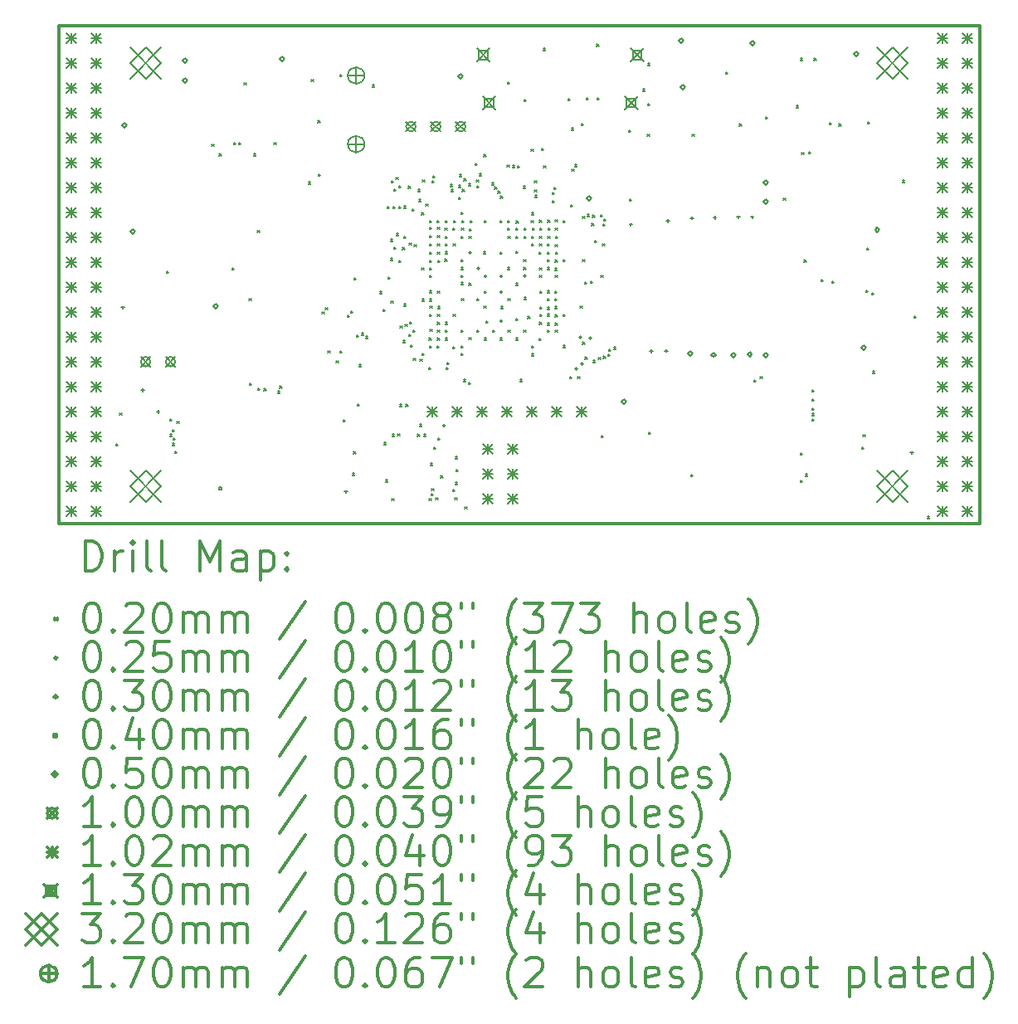
<source format=gbr>
%FSLAX45Y45*%
G04 Gerber Fmt 4.5, Leading zero omitted, Abs format (unit mm)*
G04 Created by KiCad (PCBNEW 5.0.0-rc2-dev-unknown+dfsg1+20180318-2) date Sat May 19 20:00:32 2018*
%MOMM*%
%LPD*%
G01*
G04 APERTURE LIST*
%ADD10C,0.300000*%
%ADD11C,0.200000*%
G04 APERTURE END LIST*
D10*
X9410000Y-6142000D02*
X9410000Y-11222000D01*
X18808000Y-6142000D02*
X9410000Y-6142000D01*
X18808000Y-11222000D02*
X18808000Y-6142000D01*
X9410000Y-11222000D02*
X18808000Y-11222000D01*
D11*
X9998000Y-10410000D02*
X10018000Y-10430000D01*
X10018000Y-10410000D02*
X9998000Y-10430000D01*
X10035000Y-10094400D02*
X10055000Y-10114400D01*
X10055000Y-10094400D02*
X10035000Y-10114400D01*
X10514501Y-8649556D02*
X10534501Y-8669556D01*
X10534501Y-8649556D02*
X10514501Y-8669556D01*
X10545314Y-10310867D02*
X10565314Y-10330867D01*
X10565314Y-10310867D02*
X10545314Y-10330867D01*
X10547276Y-10156132D02*
X10567276Y-10176132D01*
X10567276Y-10156132D02*
X10547276Y-10176132D01*
X10574100Y-10266721D02*
X10594100Y-10286721D01*
X10594100Y-10266721D02*
X10574100Y-10286721D01*
X10574777Y-10403885D02*
X10594777Y-10423885D01*
X10594777Y-10403885D02*
X10574777Y-10423885D01*
X10579048Y-10351357D02*
X10599048Y-10371357D01*
X10599048Y-10351357D02*
X10579048Y-10371357D01*
X10598875Y-10487404D02*
X10618875Y-10507404D01*
X10618875Y-10487404D02*
X10598875Y-10507404D01*
X10617613Y-10179347D02*
X10637613Y-10199347D01*
X10637613Y-10179347D02*
X10617613Y-10199347D01*
X10974000Y-7352000D02*
X10994000Y-7372000D01*
X10994000Y-7352000D02*
X10974000Y-7372000D01*
X11049908Y-7448938D02*
X11069908Y-7468938D01*
X11069908Y-7448938D02*
X11049908Y-7468938D01*
X11179522Y-8615379D02*
X11199522Y-8635379D01*
X11199522Y-8615379D02*
X11179522Y-8635379D01*
X11197485Y-7337442D02*
X11217485Y-7357442D01*
X11217485Y-7337442D02*
X11197485Y-7357442D01*
X11251427Y-7337442D02*
X11271427Y-7357442D01*
X11271427Y-7337442D02*
X11251427Y-7357442D01*
X11305725Y-6724363D02*
X11325725Y-6744363D01*
X11325725Y-6724363D02*
X11305725Y-6744363D01*
X11356061Y-8927572D02*
X11376061Y-8947572D01*
X11376061Y-8927572D02*
X11356061Y-8947572D01*
X11360000Y-9792000D02*
X11380000Y-9812000D01*
X11380000Y-9792000D02*
X11360000Y-9812000D01*
X11400408Y-7451220D02*
X11420408Y-7471220D01*
X11420408Y-7451220D02*
X11400408Y-7471220D01*
X11441393Y-8230943D02*
X11461393Y-8250943D01*
X11461393Y-8230943D02*
X11441393Y-8250943D01*
X11446099Y-9843956D02*
X11466099Y-9863956D01*
X11466099Y-9843956D02*
X11446099Y-9863956D01*
X11509063Y-9847239D02*
X11529063Y-9867239D01*
X11529063Y-9847239D02*
X11509063Y-9867239D01*
X11609800Y-7337442D02*
X11629800Y-7357442D01*
X11629800Y-7337442D02*
X11609800Y-7357442D01*
X11646959Y-9872885D02*
X11666959Y-9892885D01*
X11666959Y-9872885D02*
X11646959Y-9892885D01*
X11670000Y-9822000D02*
X11690000Y-9842000D01*
X11690000Y-9822000D02*
X11670000Y-9842000D01*
X11959215Y-7739412D02*
X11979215Y-7759412D01*
X11979215Y-7739412D02*
X11959215Y-7759412D01*
X11990800Y-6690800D02*
X12010800Y-6710800D01*
X12010800Y-6690800D02*
X11990800Y-6710800D01*
X12056498Y-7112736D02*
X12076498Y-7132736D01*
X12076498Y-7112736D02*
X12056498Y-7132736D01*
X12063993Y-7659408D02*
X12083993Y-7679408D01*
X12083993Y-7659408D02*
X12063993Y-7679408D01*
X12098833Y-9065379D02*
X12118833Y-9085379D01*
X12118833Y-9065379D02*
X12098833Y-9085379D01*
X12133122Y-9021159D02*
X12153122Y-9041159D01*
X12153122Y-9021159D02*
X12133122Y-9041159D01*
X12158748Y-9461825D02*
X12178748Y-9481825D01*
X12178748Y-9461825D02*
X12158748Y-9481825D01*
X12242792Y-9562590D02*
X12262792Y-9582590D01*
X12262792Y-9562590D02*
X12242792Y-9582590D01*
X12282618Y-6643232D02*
X12302618Y-6663232D01*
X12302618Y-6643232D02*
X12282618Y-6663232D01*
X12283265Y-9462436D02*
X12303265Y-9482436D01*
X12303265Y-9462436D02*
X12283265Y-9482436D01*
X12317388Y-10161592D02*
X12337388Y-10181592D01*
X12337388Y-10161592D02*
X12317388Y-10181592D01*
X12360966Y-9096472D02*
X12380966Y-9116472D01*
X12380966Y-9096472D02*
X12360966Y-9116472D01*
X12391502Y-9053519D02*
X12411502Y-9073519D01*
X12411502Y-9053519D02*
X12391502Y-9073519D01*
X12410242Y-10710764D02*
X12430242Y-10730764D01*
X12430242Y-10710764D02*
X12410242Y-10730764D01*
X12422216Y-10490236D02*
X12442216Y-10510236D01*
X12442216Y-10490236D02*
X12422216Y-10510236D01*
X12426118Y-8717437D02*
X12446118Y-8737437D01*
X12446118Y-8717437D02*
X12426118Y-8737437D01*
X12426118Y-8717437D02*
X12446118Y-8737437D01*
X12446118Y-8717437D02*
X12426118Y-8737437D01*
X12453269Y-9302035D02*
X12473269Y-9322035D01*
X12473269Y-9302035D02*
X12453269Y-9322035D01*
X12460744Y-10002698D02*
X12480744Y-10022698D01*
X12480744Y-10002698D02*
X12460744Y-10022698D01*
X12474902Y-9600287D02*
X12494902Y-9620287D01*
X12494902Y-9600287D02*
X12474902Y-9620287D01*
X12501033Y-9279764D02*
X12521033Y-9299764D01*
X12521033Y-9279764D02*
X12501033Y-9299764D01*
X12542510Y-9313676D02*
X12562510Y-9333676D01*
X12562510Y-9313676D02*
X12542510Y-9333676D01*
X12610450Y-6748537D02*
X12630450Y-6768537D01*
X12630450Y-6748537D02*
X12610450Y-6768537D01*
X12687018Y-8855931D02*
X12707018Y-8875931D01*
X12707018Y-8855931D02*
X12687018Y-8875931D01*
X12720111Y-9035435D02*
X12740111Y-9055435D01*
X12740111Y-9035435D02*
X12720111Y-9055435D01*
X12731909Y-10397773D02*
X12751909Y-10417773D01*
X12751909Y-10397773D02*
X12731909Y-10417773D01*
X12748660Y-10777504D02*
X12768660Y-10797504D01*
X12768660Y-10777504D02*
X12748660Y-10797504D01*
X12764988Y-7989114D02*
X12784988Y-8009114D01*
X12784988Y-7989114D02*
X12764988Y-8009114D01*
X12771035Y-8708207D02*
X12791035Y-8728207D01*
X12791035Y-8708207D02*
X12771035Y-8728207D01*
X12796207Y-8322888D02*
X12816207Y-8342888D01*
X12816207Y-8322888D02*
X12796207Y-8342888D01*
X12799179Y-8517702D02*
X12819179Y-8537702D01*
X12819179Y-8517702D02*
X12799179Y-8537702D01*
X12803679Y-8951152D02*
X12823679Y-8971152D01*
X12823679Y-8951152D02*
X12803679Y-8971152D01*
X12805201Y-7723267D02*
X12825201Y-7743267D01*
X12825201Y-7723267D02*
X12805201Y-7743267D01*
X12811634Y-10966034D02*
X12831634Y-10986034D01*
X12831634Y-10966034D02*
X12811634Y-10986034D01*
X12814780Y-10310898D02*
X12834780Y-10330898D01*
X12834780Y-10310898D02*
X12814780Y-10330898D01*
X12822879Y-7985310D02*
X12842879Y-8005310D01*
X12842879Y-7985310D02*
X12822879Y-8005310D01*
X12834680Y-7807951D02*
X12854680Y-7827951D01*
X12854680Y-7807951D02*
X12834680Y-7827951D01*
X12835268Y-8401687D02*
X12855268Y-8421687D01*
X12855268Y-8401687D02*
X12835268Y-8421687D01*
X12854493Y-7691566D02*
X12874493Y-7711566D01*
X12874493Y-7691566D02*
X12854493Y-7711566D01*
X12859178Y-8263722D02*
X12879178Y-8283722D01*
X12879178Y-8263722D02*
X12859178Y-8283722D01*
X12870682Y-10308590D02*
X12890682Y-10328590D01*
X12890682Y-10308590D02*
X12870682Y-10328590D01*
X12880857Y-7988548D02*
X12900857Y-8008548D01*
X12900857Y-7988548D02*
X12880857Y-8008548D01*
X12881301Y-8540585D02*
X12901301Y-8560585D01*
X12901301Y-8540585D02*
X12881301Y-8560585D01*
X12886175Y-7777882D02*
X12906175Y-7797882D01*
X12906175Y-7777882D02*
X12886175Y-7797882D01*
X12890520Y-10007480D02*
X12910520Y-10027480D01*
X12910520Y-10007480D02*
X12890520Y-10027480D01*
X12895573Y-9206272D02*
X12915573Y-9226272D01*
X12915573Y-9206272D02*
X12895573Y-9226272D01*
X12920256Y-8405350D02*
X12940256Y-8425350D01*
X12940256Y-8405350D02*
X12920256Y-8425350D01*
X12926203Y-9354578D02*
X12946203Y-9374578D01*
X12946203Y-9354578D02*
X12926203Y-9374578D01*
X12933760Y-7984679D02*
X12953760Y-8004679D01*
X12953760Y-7984679D02*
X12933760Y-8004679D01*
X12934924Y-8983794D02*
X12954924Y-9003794D01*
X12954924Y-8983794D02*
X12934924Y-9003794D01*
X12935809Y-8290406D02*
X12955809Y-8310406D01*
X12955809Y-8290406D02*
X12935809Y-8310406D01*
X12946857Y-9190566D02*
X12966857Y-9210566D01*
X12966857Y-9190566D02*
X12946857Y-9210566D01*
X12956000Y-10005500D02*
X12976000Y-10025500D01*
X12976000Y-10005500D02*
X12956000Y-10025500D01*
X12982095Y-7781082D02*
X13002095Y-7801082D01*
X13002095Y-7781082D02*
X12982095Y-7801082D01*
X12987271Y-9293510D02*
X13007271Y-9313510D01*
X13007271Y-9293510D02*
X12987271Y-9313510D01*
X12989202Y-8359151D02*
X13009202Y-8379151D01*
X13009202Y-8359151D02*
X12989202Y-8379151D01*
X12991955Y-9163298D02*
X13011955Y-9183298D01*
X13011955Y-9163298D02*
X12991955Y-9183298D01*
X13002337Y-9402267D02*
X13022337Y-9422267D01*
X13022337Y-9402267D02*
X13002337Y-9422267D01*
X13017215Y-8013821D02*
X13037215Y-8033821D01*
X13037215Y-8013821D02*
X13017215Y-8033821D01*
X13028454Y-9248473D02*
X13048454Y-9268473D01*
X13048454Y-9248473D02*
X13028454Y-9268473D01*
X13032200Y-9535600D02*
X13052200Y-9555600D01*
X13052200Y-9535600D02*
X13032200Y-9555600D01*
X13038793Y-8376986D02*
X13058793Y-8396986D01*
X13058793Y-8376986D02*
X13038793Y-8396986D01*
X13073948Y-10310899D02*
X13093948Y-10330899D01*
X13093948Y-10310899D02*
X13073948Y-10330899D01*
X13077859Y-7815329D02*
X13097859Y-7835329D01*
X13097859Y-7815329D02*
X13077859Y-7835329D01*
X13085264Y-7914901D02*
X13105264Y-7934901D01*
X13105264Y-7914901D02*
X13085264Y-7934901D01*
X13093907Y-10208700D02*
X13113907Y-10228700D01*
X13113907Y-10208700D02*
X13093907Y-10228700D01*
X13098471Y-9546418D02*
X13118471Y-9566418D01*
X13118471Y-9546418D02*
X13098471Y-9566418D01*
X13116430Y-8612711D02*
X13136430Y-8632711D01*
X13136430Y-8612711D02*
X13116430Y-8632711D01*
X13116518Y-8052178D02*
X13136518Y-8072178D01*
X13136518Y-8052178D02*
X13116518Y-8072178D01*
X13117950Y-8930733D02*
X13137950Y-8950733D01*
X13137950Y-8930733D02*
X13117950Y-8950733D01*
X13121616Y-9485914D02*
X13141616Y-9505914D01*
X13141616Y-9485914D02*
X13121616Y-9505914D01*
X13125345Y-7716470D02*
X13145345Y-7736470D01*
X13145345Y-7716470D02*
X13125345Y-7736470D01*
X13135385Y-10310829D02*
X13155385Y-10330829D01*
X13155385Y-10310829D02*
X13135385Y-10330829D01*
X13157757Y-7959799D02*
X13177757Y-7979799D01*
X13177757Y-7959799D02*
X13157757Y-7979799D01*
X13188633Y-9630479D02*
X13208633Y-9650479D01*
X13208633Y-9630479D02*
X13188633Y-9650479D01*
X13192441Y-10966678D02*
X13212441Y-10986678D01*
X13212441Y-10966678D02*
X13192441Y-10986678D01*
X13193199Y-9330000D02*
X13213199Y-9350000D01*
X13213199Y-9330000D02*
X13193199Y-9350000D01*
X13197562Y-8931064D02*
X13217562Y-8951064D01*
X13217562Y-8931064D02*
X13197562Y-8951064D01*
X13197734Y-9090201D02*
X13217734Y-9110201D01*
X13217734Y-9090201D02*
X13197734Y-9110201D01*
X13197902Y-8284734D02*
X13217902Y-8304734D01*
X13217902Y-8284734D02*
X13197902Y-8304734D01*
X13197999Y-8200333D02*
X13217999Y-8220333D01*
X13217999Y-8200333D02*
X13197999Y-8220333D01*
X13198000Y-8690000D02*
X13218000Y-8710000D01*
X13218000Y-8690000D02*
X13198000Y-8710000D01*
X13198000Y-9410000D02*
X13218000Y-9430000D01*
X13218000Y-9410000D02*
X13198000Y-9430000D01*
X13198303Y-8616041D02*
X13218303Y-8636041D01*
X13218303Y-8616041D02*
X13198303Y-8636041D01*
X13198368Y-8369136D02*
X13218368Y-8389136D01*
X13218368Y-8369136D02*
X13198368Y-8389136D01*
X13198405Y-8845827D02*
X13218405Y-8865827D01*
X13218405Y-8845827D02*
X13198405Y-8865827D01*
X13198801Y-8130801D02*
X13218801Y-8150801D01*
X13218801Y-8130801D02*
X13198801Y-8150801D01*
X13198979Y-8537938D02*
X13218979Y-8557938D01*
X13218979Y-8537938D02*
X13198979Y-8557938D01*
X13199289Y-8453537D02*
X13219289Y-8473537D01*
X13219289Y-8453537D02*
X13199289Y-8473537D01*
X13200000Y-9005799D02*
X13220000Y-9025799D01*
X13220000Y-9005799D02*
X13200000Y-9025799D01*
X13201075Y-9242748D02*
X13221075Y-9262748D01*
X13221075Y-9242748D02*
X13201075Y-9262748D01*
X13206286Y-10608587D02*
X13226286Y-10628587D01*
X13226286Y-10608587D02*
X13206286Y-10628587D01*
X13211973Y-10917729D02*
X13231973Y-10937729D01*
X13231973Y-10917729D02*
X13211973Y-10937729D01*
X13218587Y-10865445D02*
X13238587Y-10885445D01*
X13238587Y-10865445D02*
X13218587Y-10885445D01*
X13220903Y-7724256D02*
X13240903Y-7744256D01*
X13240903Y-7724256D02*
X13220903Y-7744256D01*
X13232873Y-7672932D02*
X13252873Y-7692932D01*
X13252873Y-7672932D02*
X13232873Y-7692932D01*
X13236800Y-10440341D02*
X13256800Y-10460341D01*
X13256800Y-10440341D02*
X13236800Y-10460341D01*
X13260800Y-10958000D02*
X13280800Y-10978000D01*
X13280800Y-10958000D02*
X13260800Y-10978000D01*
X13272048Y-8130098D02*
X13292048Y-8150098D01*
X13292048Y-8130098D02*
X13272048Y-8150098D01*
X13274623Y-9409707D02*
X13294623Y-9429707D01*
X13294623Y-9409707D02*
X13274623Y-9429707D01*
X13277261Y-8284735D02*
X13297261Y-8304735D01*
X13297261Y-8284735D02*
X13277261Y-8304735D01*
X13278000Y-8200334D02*
X13298000Y-8220334D01*
X13298000Y-8200334D02*
X13278000Y-8220334D01*
X13278000Y-8850000D02*
X13298000Y-8870000D01*
X13298000Y-8850000D02*
X13278000Y-8870000D01*
X13278000Y-9090000D02*
X13298000Y-9110000D01*
X13298000Y-9090000D02*
X13278000Y-9110000D01*
X13278000Y-9170000D02*
X13298000Y-9190000D01*
X13298000Y-9170000D02*
X13278000Y-9190000D01*
X13278000Y-9250000D02*
X13298000Y-9270000D01*
X13298000Y-9250000D02*
X13278000Y-9270000D01*
X13278000Y-9330000D02*
X13298000Y-9350000D01*
X13298000Y-9330000D02*
X13278000Y-9350000D01*
X13278175Y-8369136D02*
X13298175Y-8389136D01*
X13298175Y-8369136D02*
X13278175Y-8389136D01*
X13278218Y-8453537D02*
X13298218Y-8473537D01*
X13298218Y-8453537D02*
X13278218Y-8473537D01*
X13279688Y-8536938D02*
X13299688Y-8556938D01*
X13299688Y-8536938D02*
X13279688Y-8556938D01*
X13280000Y-9008000D02*
X13300000Y-9028000D01*
X13300000Y-9008000D02*
X13280000Y-9028000D01*
X13282849Y-10350134D02*
X13302849Y-10370134D01*
X13302849Y-10350134D02*
X13282849Y-10370134D01*
X13311600Y-10736500D02*
X13331600Y-10756500D01*
X13331600Y-10736500D02*
X13311600Y-10756500D01*
X13352314Y-8526642D02*
X13372314Y-8546642D01*
X13372314Y-8526642D02*
X13352314Y-8546642D01*
X13354839Y-8209060D02*
X13374839Y-8229060D01*
X13374839Y-8209060D02*
X13354839Y-8229060D01*
X13356449Y-8131468D02*
X13376449Y-8151468D01*
X13376449Y-8131468D02*
X13356449Y-8151468D01*
X13357194Y-8449520D02*
X13377194Y-8469520D01*
X13377194Y-8449520D02*
X13357194Y-8469520D01*
X13358000Y-8290000D02*
X13378000Y-8310000D01*
X13378000Y-8290000D02*
X13358000Y-8310000D01*
X13358000Y-8370000D02*
X13378000Y-8390000D01*
X13378000Y-8370000D02*
X13358000Y-8390000D01*
X13358000Y-9170000D02*
X13378000Y-9190000D01*
X13378000Y-9170000D02*
X13358000Y-9190000D01*
X13358000Y-9250000D02*
X13378000Y-9270000D01*
X13378000Y-9250000D02*
X13358000Y-9270000D01*
X13358548Y-9330230D02*
X13378548Y-9350230D01*
X13378548Y-9330230D02*
X13358548Y-9350230D01*
X13366285Y-9629515D02*
X13386285Y-9649515D01*
X13386285Y-9629515D02*
X13366285Y-9649515D01*
X13375239Y-9577580D02*
X13395239Y-9597580D01*
X13395239Y-9577580D02*
X13375239Y-9597580D01*
X13407730Y-7762109D02*
X13427730Y-7782109D01*
X13427730Y-7762109D02*
X13407730Y-7782109D01*
X13415018Y-7815381D02*
X13435018Y-7835381D01*
X13435018Y-7815381D02*
X13415018Y-7835381D01*
X13433398Y-8208015D02*
X13453398Y-8228015D01*
X13453398Y-8208015D02*
X13433398Y-8228015D01*
X13435582Y-9416717D02*
X13455582Y-9436717D01*
X13455582Y-9416717D02*
X13435582Y-9436717D01*
X13436400Y-10874197D02*
X13456400Y-10894197D01*
X13456400Y-10874197D02*
X13436400Y-10894197D01*
X13438000Y-8370000D02*
X13458000Y-8390000D01*
X13458000Y-8370000D02*
X13438000Y-8390000D01*
X13438000Y-9090000D02*
X13458000Y-9110000D01*
X13458000Y-9090000D02*
X13438000Y-9110000D01*
X13440850Y-8130675D02*
X13460850Y-8150675D01*
X13460850Y-8130675D02*
X13440850Y-8150675D01*
X13453687Y-10961995D02*
X13473687Y-10981995D01*
X13473687Y-10961995D02*
X13453687Y-10981995D01*
X13457587Y-10803159D02*
X13477587Y-10823159D01*
X13477587Y-10803159D02*
X13457587Y-10823159D01*
X13460735Y-10540845D02*
X13480735Y-10560845D01*
X13480735Y-10540845D02*
X13460735Y-10560845D01*
X13465065Y-10671051D02*
X13485065Y-10691051D01*
X13485065Y-10671051D02*
X13465065Y-10691051D01*
X13492132Y-7892495D02*
X13512132Y-7912495D01*
X13512132Y-7892495D02*
X13492132Y-7912495D01*
X13493478Y-7773120D02*
X13513478Y-7793120D01*
X13513478Y-7773120D02*
X13493478Y-7793120D01*
X13502968Y-7663013D02*
X13522968Y-7683013D01*
X13522968Y-7663013D02*
X13502968Y-7683013D01*
X13516300Y-8762700D02*
X13536300Y-8782700D01*
X13536300Y-8762700D02*
X13516300Y-8782700D01*
X13518000Y-8292201D02*
X13538000Y-8312201D01*
X13538000Y-8292201D02*
X13518000Y-8312201D01*
X13518000Y-8530000D02*
X13538000Y-8550000D01*
X13538000Y-8530000D02*
X13518000Y-8550000D01*
X13518000Y-8610000D02*
X13538000Y-8630000D01*
X13538000Y-8610000D02*
X13518000Y-8630000D01*
X13518000Y-8690000D02*
X13538000Y-8710000D01*
X13538000Y-8690000D02*
X13518000Y-8710000D01*
X13518000Y-9250000D02*
X13538000Y-9270000D01*
X13538000Y-9250000D02*
X13518000Y-9270000D01*
X13518128Y-8048312D02*
X13538128Y-8068312D01*
X13538128Y-8048312D02*
X13518128Y-8068312D01*
X13518463Y-9488530D02*
X13538463Y-9508530D01*
X13538463Y-9488530D02*
X13518463Y-9508530D01*
X13518862Y-9412562D02*
X13538862Y-9432562D01*
X13538862Y-9412562D02*
X13518862Y-9432562D01*
X13521538Y-8209385D02*
X13541538Y-8229385D01*
X13541538Y-8209385D02*
X13521538Y-8229385D01*
X13524276Y-8928163D02*
X13544276Y-8948163D01*
X13544276Y-8928163D02*
X13524276Y-8948163D01*
X13525957Y-8129544D02*
X13545957Y-8149544D01*
X13545957Y-8129544D02*
X13525957Y-8149544D01*
X13531439Y-7812965D02*
X13551439Y-7832965D01*
X13551439Y-7812965D02*
X13531439Y-7832965D01*
X13541700Y-9753300D02*
X13561700Y-9773300D01*
X13561700Y-9753300D02*
X13541700Y-9773300D01*
X13548770Y-7704070D02*
X13568770Y-7724070D01*
X13568770Y-7704070D02*
X13548770Y-7724070D01*
X13555656Y-11051071D02*
X13575656Y-11071071D01*
X13575656Y-11051071D02*
X13555656Y-11071071D01*
X13594882Y-7754550D02*
X13614882Y-7774550D01*
X13614882Y-7754550D02*
X13594882Y-7774550D01*
X13595027Y-9781423D02*
X13615027Y-9801423D01*
X13615027Y-9781423D02*
X13595027Y-9801423D01*
X13598000Y-8290000D02*
X13618000Y-8310000D01*
X13618000Y-8290000D02*
X13598000Y-8310000D01*
X13598000Y-8770000D02*
X13618000Y-8790000D01*
X13618000Y-8770000D02*
X13598000Y-8790000D01*
X13599596Y-9326965D02*
X13619596Y-9346965D01*
X13619596Y-9326965D02*
X13599596Y-9346965D01*
X13602455Y-8216004D02*
X13622455Y-8236004D01*
X13622455Y-8216004D02*
X13602455Y-8236004D01*
X13613334Y-8133723D02*
X13633334Y-8153723D01*
X13633334Y-8133723D02*
X13613334Y-8153723D01*
X13664259Y-7547941D02*
X13684259Y-7567941D01*
X13684259Y-7547941D02*
X13664259Y-7567941D01*
X13676320Y-7718760D02*
X13696320Y-7738760D01*
X13696320Y-7718760D02*
X13676320Y-7738760D01*
X13678000Y-8930000D02*
X13698000Y-8950000D01*
X13698000Y-8930000D02*
X13678000Y-8950000D01*
X13678000Y-9250000D02*
X13698000Y-9270000D01*
X13698000Y-9250000D02*
X13678000Y-9270000D01*
X13679461Y-7776107D02*
X13699461Y-7796107D01*
X13699461Y-7776107D02*
X13679461Y-7796107D01*
X13707437Y-7652487D02*
X13727437Y-7672487D01*
X13727437Y-7652487D02*
X13707437Y-7672487D01*
X13745078Y-8447729D02*
X13765078Y-8467729D01*
X13765078Y-8447729D02*
X13745078Y-8467729D01*
X13752489Y-9002290D02*
X13772489Y-9022290D01*
X13772489Y-9002290D02*
X13752489Y-9022290D01*
X13752520Y-7459680D02*
X13772520Y-7479680D01*
X13772520Y-7459680D02*
X13752520Y-7479680D01*
X13758000Y-8130000D02*
X13778000Y-8150000D01*
X13778000Y-8130000D02*
X13758000Y-8150000D01*
X13758000Y-8850000D02*
X13778000Y-8870000D01*
X13778000Y-8850000D02*
X13758000Y-8870000D01*
X13758000Y-9330000D02*
X13778000Y-9350000D01*
X13778000Y-9330000D02*
X13758000Y-9350000D01*
X13770300Y-9156400D02*
X13790300Y-9176400D01*
X13790300Y-9156400D02*
X13770300Y-9176400D01*
X13830592Y-7745154D02*
X13850592Y-7765154D01*
X13850592Y-7745154D02*
X13830592Y-7765154D01*
X13838000Y-9250000D02*
X13858000Y-9270000D01*
X13858000Y-9250000D02*
X13838000Y-9270000D01*
X13862293Y-7788159D02*
X13882293Y-7808159D01*
X13882293Y-7788159D02*
X13862293Y-7808159D01*
X13893994Y-7831909D02*
X13913994Y-7851909D01*
X13913994Y-7831909D02*
X13893994Y-7851909D01*
X13917252Y-8451135D02*
X13937252Y-8471135D01*
X13937252Y-8451135D02*
X13917252Y-8471135D01*
X13918000Y-8130000D02*
X13938000Y-8150000D01*
X13938000Y-8130000D02*
X13918000Y-8150000D01*
X13918000Y-9330000D02*
X13938000Y-9350000D01*
X13938000Y-9330000D02*
X13918000Y-9350000D01*
X13921466Y-7881869D02*
X13941466Y-7901869D01*
X13941466Y-7881869D02*
X13921466Y-7901869D01*
X13922232Y-9006404D02*
X13942232Y-9026404D01*
X13942232Y-9006404D02*
X13922232Y-9026404D01*
X13989274Y-7564800D02*
X14009274Y-7584800D01*
X14009274Y-7564800D02*
X13989274Y-7584800D01*
X13991460Y-8609297D02*
X14011460Y-8629297D01*
X14011460Y-8609297D02*
X13991460Y-8629297D01*
X13992898Y-8130000D02*
X14012898Y-8150000D01*
X14012898Y-8130000D02*
X13992898Y-8150000D01*
X13992898Y-8210000D02*
X14012898Y-8230000D01*
X14012898Y-8210000D02*
X13992898Y-8230000D01*
X13993243Y-6718693D02*
X14013243Y-6738693D01*
X14013243Y-6718693D02*
X13993243Y-6738693D01*
X13996000Y-8292000D02*
X14016000Y-8312000D01*
X14016000Y-8292000D02*
X13996000Y-8312000D01*
X13998000Y-8930000D02*
X14018000Y-8950000D01*
X14018000Y-8930000D02*
X13998000Y-8950000D01*
X13998000Y-9250000D02*
X14018000Y-9270000D01*
X14018000Y-9250000D02*
X13998000Y-9270000D01*
X14041773Y-7569399D02*
X14061773Y-7589399D01*
X14061773Y-7569399D02*
X14041773Y-7589399D01*
X14076133Y-8294127D02*
X14096133Y-8314127D01*
X14096133Y-8294127D02*
X14076133Y-8314127D01*
X14077299Y-8207716D02*
X14097299Y-8227716D01*
X14097299Y-8207716D02*
X14077299Y-8227716D01*
X14077419Y-9133335D02*
X14097419Y-9153335D01*
X14097419Y-9133335D02*
X14077419Y-9153335D01*
X14077693Y-8445254D02*
X14097693Y-8465254D01*
X14097693Y-8445254D02*
X14077693Y-8465254D01*
X14078000Y-9330000D02*
X14098000Y-9350000D01*
X14098000Y-9330000D02*
X14078000Y-9350000D01*
X14079623Y-8771623D02*
X14099623Y-8791623D01*
X14099623Y-8771623D02*
X14079623Y-8791623D01*
X14082264Y-8134744D02*
X14102264Y-8154744D01*
X14102264Y-8134744D02*
X14082264Y-8154744D01*
X14094211Y-7574661D02*
X14114211Y-7594661D01*
X14114211Y-7574661D02*
X14094211Y-7594661D01*
X14118066Y-9754201D02*
X14138066Y-9774201D01*
X14138066Y-9754201D02*
X14118066Y-9774201D01*
X14152481Y-7781450D02*
X14172481Y-7801450D01*
X14172481Y-7781450D02*
X14152481Y-7801450D01*
X14158000Y-8530000D02*
X14178000Y-8550000D01*
X14178000Y-8530000D02*
X14158000Y-8550000D01*
X14158000Y-8610000D02*
X14178000Y-8630000D01*
X14178000Y-8610000D02*
X14158000Y-8630000D01*
X14158000Y-9250000D02*
X14178000Y-9270000D01*
X14178000Y-9250000D02*
X14158000Y-9270000D01*
X14162701Y-8209494D02*
X14182701Y-8229494D01*
X14182701Y-8209494D02*
X14162701Y-8229494D01*
X14162701Y-8289887D02*
X14182701Y-8309887D01*
X14182701Y-8289887D02*
X14162701Y-8309887D01*
X14164000Y-8915099D02*
X14184000Y-8935099D01*
X14184000Y-8915099D02*
X14164000Y-8935099D01*
X14164285Y-6893836D02*
X14184285Y-6913836D01*
X14184285Y-6893836D02*
X14164285Y-6913836D01*
X14200722Y-9110102D02*
X14220722Y-9130102D01*
X14220722Y-9110102D02*
X14200722Y-9130102D01*
X14233699Y-7403800D02*
X14253699Y-7423800D01*
X14253699Y-7403800D02*
X14233699Y-7423800D01*
X14235032Y-8132000D02*
X14255032Y-8152000D01*
X14255032Y-8132000D02*
X14235032Y-8152000D01*
X14236000Y-8052000D02*
X14256000Y-8072000D01*
X14256000Y-8052000D02*
X14236000Y-8072000D01*
X14236000Y-8292000D02*
X14256000Y-8312000D01*
X14256000Y-8292000D02*
X14236000Y-8312000D01*
X14238000Y-8370000D02*
X14258000Y-8390000D01*
X14258000Y-8370000D02*
X14238000Y-8390000D01*
X14238000Y-9410000D02*
X14258000Y-9430000D01*
X14258000Y-9410000D02*
X14238000Y-9430000D01*
X14238000Y-9490000D02*
X14258000Y-9510000D01*
X14258000Y-9490000D02*
X14238000Y-9510000D01*
X14247102Y-8210435D02*
X14267102Y-8230435D01*
X14267102Y-8210435D02*
X14247102Y-8230435D01*
X14268441Y-7818307D02*
X14288441Y-7838307D01*
X14288441Y-7818307D02*
X14268441Y-7838307D01*
X14268583Y-7724192D02*
X14288583Y-7744192D01*
X14288583Y-7724192D02*
X14268583Y-7744192D01*
X14271130Y-7874603D02*
X14291130Y-7894603D01*
X14291130Y-7874603D02*
X14271130Y-7894603D01*
X14316000Y-8452000D02*
X14336000Y-8472000D01*
X14336000Y-8452000D02*
X14316000Y-8472000D01*
X14316969Y-9331491D02*
X14336969Y-9351491D01*
X14336969Y-9331491D02*
X14316969Y-9351491D01*
X14318000Y-8370000D02*
X14338000Y-8390000D01*
X14338000Y-8370000D02*
X14318000Y-8390000D01*
X14318000Y-8690000D02*
X14338000Y-8710000D01*
X14338000Y-8690000D02*
X14318000Y-8710000D01*
X14318000Y-9170000D02*
X14338000Y-9190000D01*
X14338000Y-9170000D02*
X14318000Y-9190000D01*
X14318740Y-8294201D02*
X14338740Y-8314201D01*
X14338740Y-8294201D02*
X14318740Y-8314201D01*
X14319433Y-8127729D02*
X14339433Y-8147729D01*
X14339433Y-8127729D02*
X14319433Y-8147729D01*
X14320000Y-8612000D02*
X14340000Y-8632000D01*
X14340000Y-8612000D02*
X14320000Y-8632000D01*
X14322201Y-8849503D02*
X14342201Y-8869503D01*
X14342201Y-8849503D02*
X14322201Y-8869503D01*
X14322201Y-9010195D02*
X14342201Y-9030195D01*
X14342201Y-9010195D02*
X14322201Y-9030195D01*
X14322201Y-9090066D02*
X14342201Y-9110066D01*
X14342201Y-9090066D02*
X14322201Y-9110066D01*
X14323265Y-8209799D02*
X14343265Y-8229799D01*
X14343265Y-8209799D02*
X14323265Y-8229799D01*
X14341800Y-7397450D02*
X14361800Y-7417450D01*
X14361800Y-7397450D02*
X14341800Y-7417450D01*
X14355067Y-6376252D02*
X14375067Y-6396252D01*
X14375067Y-6376252D02*
X14355067Y-6396252D01*
X14360888Y-7571730D02*
X14380888Y-7591730D01*
X14380888Y-7571730D02*
X14360888Y-7591730D01*
X14396483Y-9177765D02*
X14416483Y-9197765D01*
X14416483Y-9177765D02*
X14396483Y-9197765D01*
X14397624Y-8929530D02*
X14417624Y-8949530D01*
X14417624Y-8929530D02*
X14397624Y-8949530D01*
X14397701Y-9016697D02*
X14417701Y-9036697D01*
X14417701Y-9016697D02*
X14397701Y-9036697D01*
X14398000Y-8610000D02*
X14418000Y-8630000D01*
X14418000Y-8610000D02*
X14398000Y-8630000D01*
X14398000Y-9085650D02*
X14418000Y-9105650D01*
X14418000Y-9085650D02*
X14398000Y-9105650D01*
X14398283Y-8848451D02*
X14418283Y-8868451D01*
X14418283Y-8848451D02*
X14398283Y-8868451D01*
X14400201Y-8529722D02*
X14420201Y-8549722D01*
X14420201Y-8529722D02*
X14400201Y-8549722D01*
X14400319Y-8367799D02*
X14420319Y-8387799D01*
X14420319Y-8367799D02*
X14400319Y-8387799D01*
X14400350Y-8456040D02*
X14420350Y-8476040D01*
X14420350Y-8456040D02*
X14400350Y-8476040D01*
X14401325Y-9248876D02*
X14421325Y-9268876D01*
X14421325Y-9248876D02*
X14401325Y-9268876D01*
X14403141Y-8290000D02*
X14423141Y-8310000D01*
X14423141Y-8290000D02*
X14403141Y-8310000D01*
X14403835Y-8128377D02*
X14423835Y-8148377D01*
X14423835Y-8128377D02*
X14403835Y-8148377D01*
X14407666Y-8210000D02*
X14427666Y-8230000D01*
X14427666Y-8210000D02*
X14407666Y-8230000D01*
X14450634Y-7841735D02*
X14470634Y-7861735D01*
X14470634Y-7841735D02*
X14450634Y-7861735D01*
X14450634Y-7926136D02*
X14470634Y-7946136D01*
X14470634Y-7926136D02*
X14450634Y-7946136D01*
X14469153Y-7792394D02*
X14489153Y-7812394D01*
X14489153Y-7792394D02*
X14469153Y-7812394D01*
X14475676Y-8924990D02*
X14495676Y-8944990D01*
X14495676Y-8924990D02*
X14475676Y-8944990D01*
X14476724Y-9009392D02*
X14496724Y-9029392D01*
X14496724Y-9009392D02*
X14476724Y-9029392D01*
X14477515Y-8619275D02*
X14497515Y-8639275D01*
X14497515Y-8619275D02*
X14477515Y-8639275D01*
X14477765Y-8852201D02*
X14497765Y-8872201D01*
X14497765Y-8852201D02*
X14477765Y-8872201D01*
X14478235Y-9247799D02*
X14498235Y-9267799D01*
X14498235Y-9247799D02*
X14478235Y-9267799D01*
X14478778Y-8123192D02*
X14498778Y-8143192D01*
X14498778Y-8123192D02*
X14478778Y-8143192D01*
X14478812Y-8207593D02*
X14498812Y-8227593D01*
X14498812Y-8207593D02*
X14478812Y-8227593D01*
X14478935Y-8534874D02*
X14498935Y-8554874D01*
X14498935Y-8534874D02*
X14478935Y-8554874D01*
X14479160Y-9178194D02*
X14499160Y-9198194D01*
X14499160Y-9178194D02*
X14479160Y-9198194D01*
X14479432Y-8687756D02*
X14499432Y-8707756D01*
X14499432Y-8687756D02*
X14479432Y-8707756D01*
X14479670Y-8376395D02*
X14499670Y-8396395D01*
X14499670Y-8376395D02*
X14479670Y-8396395D01*
X14480294Y-9093793D02*
X14500294Y-9113793D01*
X14500294Y-9093793D02*
X14480294Y-9113793D01*
X14481241Y-8455796D02*
X14501241Y-8475796D01*
X14501241Y-8455796D02*
X14481241Y-8475796D01*
X14481689Y-8291994D02*
X14501689Y-8311994D01*
X14501689Y-8291994D02*
X14481689Y-8311994D01*
X14557281Y-8529606D02*
X14577281Y-8549606D01*
X14577281Y-8529606D02*
X14557281Y-8549606D01*
X14558000Y-8130512D02*
X14578000Y-8150512D01*
X14578000Y-8130512D02*
X14558000Y-8150512D01*
X14558739Y-9089665D02*
X14578739Y-9109665D01*
X14578739Y-9089665D02*
X14558739Y-9109665D01*
X14559124Y-9406675D02*
X14579124Y-9426675D01*
X14579124Y-9406675D02*
X14559124Y-9426675D01*
X14613342Y-6884608D02*
X14633342Y-6904608D01*
X14633342Y-6884608D02*
X14613342Y-6904608D01*
X14629479Y-9723392D02*
X14649479Y-9743392D01*
X14649479Y-9723392D02*
X14629479Y-9743392D01*
X14638141Y-7971938D02*
X14658141Y-7991938D01*
X14658141Y-7971938D02*
X14638141Y-7991938D01*
X14646600Y-7187900D02*
X14666600Y-7207900D01*
X14666600Y-7187900D02*
X14646600Y-7207900D01*
X14648744Y-7607406D02*
X14668744Y-7627406D01*
X14668744Y-7607406D02*
X14648744Y-7627406D01*
X14680980Y-7560789D02*
X14700980Y-7580789D01*
X14700980Y-7560789D02*
X14680980Y-7580789D01*
X14707598Y-9723392D02*
X14727598Y-9743392D01*
X14727598Y-9723392D02*
X14707598Y-9743392D01*
X14733095Y-9001248D02*
X14753095Y-9021248D01*
X14753095Y-9001248D02*
X14733095Y-9021248D01*
X14748200Y-7143450D02*
X14768200Y-7163450D01*
X14768200Y-7143450D02*
X14748200Y-7163450D01*
X14758739Y-8527409D02*
X14778739Y-8547409D01*
X14778739Y-8527409D02*
X14758739Y-8547409D01*
X14758831Y-8088311D02*
X14778831Y-8108311D01*
X14778831Y-8088311D02*
X14758831Y-8108311D01*
X14760000Y-9372000D02*
X14780000Y-9392000D01*
X14780000Y-9372000D02*
X14760000Y-9392000D01*
X14781079Y-8758342D02*
X14801079Y-8778342D01*
X14801079Y-8758342D02*
X14781079Y-8778342D01*
X14782886Y-9523902D02*
X14802886Y-9543902D01*
X14802886Y-9523902D02*
X14782886Y-9543902D01*
X14799000Y-6876750D02*
X14819000Y-6896750D01*
X14819000Y-6876750D02*
X14799000Y-6896750D01*
X14807525Y-8068155D02*
X14827525Y-8088155D01*
X14827525Y-8068155D02*
X14807525Y-8088155D01*
X14838354Y-8752346D02*
X14858354Y-8772346D01*
X14858354Y-8752346D02*
X14838354Y-8772346D01*
X14851066Y-8160586D02*
X14871066Y-8180586D01*
X14871066Y-8160586D02*
X14851066Y-8180586D01*
X14859611Y-8076185D02*
X14879611Y-8096185D01*
X14879611Y-8076185D02*
X14859611Y-8096185D01*
X14864798Y-9556963D02*
X14884798Y-9576963D01*
X14884798Y-9556963D02*
X14864798Y-9576963D01*
X14882151Y-8334201D02*
X14902151Y-8354201D01*
X14902151Y-8334201D02*
X14882151Y-8354201D01*
X14903412Y-6332405D02*
X14923412Y-6352405D01*
X14923412Y-6332405D02*
X14903412Y-6352405D01*
X14906950Y-6876750D02*
X14926950Y-6896750D01*
X14926950Y-6876750D02*
X14906950Y-6896750D01*
X14918439Y-9527799D02*
X14938439Y-9547799D01*
X14938439Y-9527799D02*
X14918439Y-9547799D01*
X14942722Y-8073801D02*
X14962722Y-8093801D01*
X14962722Y-8073801D02*
X14942722Y-8093801D01*
X14945314Y-8688944D02*
X14965314Y-8708944D01*
X14965314Y-8688944D02*
X14945314Y-8708944D01*
X14947728Y-10322085D02*
X14967728Y-10342085D01*
X14967728Y-10322085D02*
X14947728Y-10342085D01*
X14963249Y-8370769D02*
X14983249Y-8390769D01*
X14983249Y-8370769D02*
X14963249Y-8390769D01*
X14968729Y-8167499D02*
X14988729Y-8187499D01*
X14988729Y-8167499D02*
X14968729Y-8187499D01*
X14969589Y-9515108D02*
X14989589Y-9535108D01*
X14989589Y-9515108D02*
X14969589Y-9535108D01*
X14975319Y-8115211D02*
X14995319Y-8135211D01*
X14995319Y-8115211D02*
X14975319Y-8135211D01*
X15017890Y-9494025D02*
X15037890Y-9514025D01*
X15037890Y-9494025D02*
X15017890Y-9514025D01*
X15024597Y-9441753D02*
X15044597Y-9461753D01*
X15044597Y-9441753D02*
X15024597Y-9461753D01*
X15078921Y-9423257D02*
X15098921Y-9443257D01*
X15098921Y-9423257D02*
X15078921Y-9443257D01*
X15230800Y-7206950D02*
X15250800Y-7226950D01*
X15250800Y-7206950D02*
X15230800Y-7226950D01*
X15239707Y-7909347D02*
X15259707Y-7929347D01*
X15259707Y-7909347D02*
X15239707Y-7929347D01*
X15370500Y-6789627D02*
X15390500Y-6809627D01*
X15390500Y-6789627D02*
X15370500Y-6809627D01*
X15419800Y-7249600D02*
X15439800Y-7269600D01*
X15439800Y-7249600D02*
X15419800Y-7269600D01*
X15421300Y-6527500D02*
X15441300Y-6547500D01*
X15441300Y-6527500D02*
X15421300Y-6547500D01*
X15421300Y-6940250D02*
X15441300Y-6960250D01*
X15441300Y-6940250D02*
X15421300Y-6960250D01*
X15432558Y-10288777D02*
X15452558Y-10308777D01*
X15452558Y-10288777D02*
X15432558Y-10308777D01*
X15861665Y-10722518D02*
X15881665Y-10742518D01*
X15881665Y-10722518D02*
X15861665Y-10742518D01*
X15877000Y-7249600D02*
X15897000Y-7269600D01*
X15897000Y-7249600D02*
X15877000Y-7269600D01*
X16217147Y-6618496D02*
X16237147Y-6638496D01*
X16237147Y-6618496D02*
X16217147Y-6638496D01*
X16360322Y-7144216D02*
X16380322Y-7164216D01*
X16380322Y-7144216D02*
X16360322Y-7164216D01*
X16507059Y-9756632D02*
X16527059Y-9776632D01*
X16527059Y-9756632D02*
X16507059Y-9776632D01*
X16570337Y-9724488D02*
X16590337Y-9744488D01*
X16590337Y-9724488D02*
X16570337Y-9744488D01*
X16625348Y-7073546D02*
X16645348Y-7093546D01*
X16645348Y-7073546D02*
X16625348Y-7093546D01*
X16806644Y-7900804D02*
X16826644Y-7920804D01*
X16826644Y-7900804D02*
X16806644Y-7920804D01*
X16941704Y-6958649D02*
X16961704Y-6978649D01*
X16961704Y-6958649D02*
X16941704Y-6978649D01*
X16981900Y-6474900D02*
X17001900Y-6494900D01*
X17001900Y-6474900D02*
X16981900Y-6494900D01*
X16983400Y-10502600D02*
X17003400Y-10522600D01*
X17003400Y-10502600D02*
X16983400Y-10522600D01*
X16983400Y-10782000D02*
X17003400Y-10802000D01*
X17003400Y-10782000D02*
X16983400Y-10802000D01*
X16992648Y-7438502D02*
X17012648Y-7458502D01*
X17012648Y-7438502D02*
X16992648Y-7458502D01*
X17020954Y-8534153D02*
X17040954Y-8554153D01*
X17040954Y-8534153D02*
X17020954Y-8554153D01*
X17031101Y-10718620D02*
X17051101Y-10738620D01*
X17051101Y-10718620D02*
X17031101Y-10738620D01*
X17063907Y-7430637D02*
X17083907Y-7450637D01*
X17083907Y-7430637D02*
X17063907Y-7450637D01*
X17098912Y-9856600D02*
X17118912Y-9876600D01*
X17118912Y-9856600D02*
X17098912Y-9876600D01*
X17098912Y-9951966D02*
X17118912Y-9971966D01*
X17118912Y-9951966D02*
X17098912Y-9971966D01*
X17098912Y-10045982D02*
X17118912Y-10065982D01*
X17118912Y-10045982D02*
X17098912Y-10065982D01*
X17098912Y-10098683D02*
X17118912Y-10118683D01*
X17118912Y-10098683D02*
X17098912Y-10118683D01*
X17098912Y-10155324D02*
X17118912Y-10175324D01*
X17118912Y-10155324D02*
X17098912Y-10175324D01*
X17121600Y-6474900D02*
X17141600Y-6494900D01*
X17141600Y-6474900D02*
X17121600Y-6494900D01*
X17194707Y-8733845D02*
X17214707Y-8753845D01*
X17214707Y-8733845D02*
X17194707Y-8753845D01*
X17275372Y-7130727D02*
X17295372Y-7150727D01*
X17295372Y-7130727D02*
X17275372Y-7150727D01*
X17303795Y-8749428D02*
X17323795Y-8769428D01*
X17323795Y-8749428D02*
X17303795Y-8769428D01*
X17375600Y-7143899D02*
X17395600Y-7163899D01*
X17395600Y-7143899D02*
X17375600Y-7163899D01*
X17608573Y-10442076D02*
X17628573Y-10462076D01*
X17628573Y-10442076D02*
X17608573Y-10462076D01*
X17620559Y-10317981D02*
X17640559Y-10337981D01*
X17640559Y-10317981D02*
X17620559Y-10337981D01*
X17650543Y-8840716D02*
X17670543Y-8860716D01*
X17670543Y-8840716D02*
X17650543Y-8860716D01*
X17660000Y-8412000D02*
X17680000Y-8432000D01*
X17680000Y-8412000D02*
X17660000Y-8432000D01*
X17669708Y-7124179D02*
X17689708Y-7144179D01*
X17689708Y-7124179D02*
X17669708Y-7144179D01*
X17711107Y-8866403D02*
X17731107Y-8886403D01*
X17731107Y-8866403D02*
X17711107Y-8886403D01*
X17718798Y-9667866D02*
X17738798Y-9687866D01*
X17738798Y-9667866D02*
X17718798Y-9687866D01*
X18024078Y-7721693D02*
X18044078Y-7741693D01*
X18044078Y-7721693D02*
X18024078Y-7741693D01*
X18139100Y-9105600D02*
X18159100Y-9125600D01*
X18159100Y-9105600D02*
X18139100Y-9125600D01*
X18278800Y-11150300D02*
X18298800Y-11170300D01*
X18298800Y-11150300D02*
X18278800Y-11170300D01*
X13357629Y-10223262D02*
G75*
G03X13357629Y-10223262I-12700J0D01*
G01*
X13620700Y-8460000D02*
G75*
G03X13620700Y-8460000I-12700J0D01*
G01*
X13706511Y-8619631D02*
G75*
G03X13706511Y-8619631I-12700J0D01*
G01*
X13780700Y-8700000D02*
G75*
G03X13780700Y-8700000I-12700J0D01*
G01*
X13939164Y-9161521D02*
G75*
G03X13939164Y-9161521I-12700J0D01*
G01*
X13940700Y-8700000D02*
G75*
G03X13940700Y-8700000I-12700J0D01*
G01*
X13940700Y-8860000D02*
G75*
G03X13940700Y-8860000I-12700J0D01*
G01*
X14180298Y-8698652D02*
G75*
G03X14180298Y-8698652I-12700J0D01*
G01*
X14706928Y-9645206D02*
G75*
G03X14706928Y-9645206I-12700J0D01*
G01*
X14747089Y-9321713D02*
G75*
G03X14747089Y-9321713I-12700J0D01*
G01*
X14766147Y-9591326D02*
G75*
G03X14766147Y-9591326I-12700J0D01*
G01*
X14847601Y-9332231D02*
G75*
G03X14847601Y-9332231I-12700J0D01*
G01*
X10065212Y-9001224D02*
X10065212Y-9031224D01*
X10050212Y-9016224D02*
X10080212Y-9016224D01*
X10271005Y-9844495D02*
X10271005Y-9874495D01*
X10256005Y-9859495D02*
X10286005Y-9859495D01*
X10426000Y-10064000D02*
X10426000Y-10094000D01*
X10411000Y-10079000D02*
X10441000Y-10079000D01*
X12343700Y-10882200D02*
X12343700Y-10912200D01*
X12328700Y-10897200D02*
X12358700Y-10897200D01*
X15251012Y-8154523D02*
X15251012Y-8184523D01*
X15236012Y-8169523D02*
X15266012Y-8169523D01*
X15459390Y-9445795D02*
X15459390Y-9475795D01*
X15444390Y-9460795D02*
X15474390Y-9460795D01*
X15609100Y-9443500D02*
X15609100Y-9473500D01*
X15594100Y-9458500D02*
X15624100Y-9458500D01*
X15626277Y-8119937D02*
X15626277Y-8149937D01*
X15611277Y-8134937D02*
X15641277Y-8134937D01*
X15873113Y-8089893D02*
X15873113Y-8119893D01*
X15858113Y-8104893D02*
X15888113Y-8104893D01*
X16107576Y-8084202D02*
X16107576Y-8114202D01*
X16092576Y-8099202D02*
X16122576Y-8099202D01*
X16346298Y-8079243D02*
X16346298Y-8109243D01*
X16331298Y-8094243D02*
X16361298Y-8094243D01*
X16488287Y-8078899D02*
X16488287Y-8108899D01*
X16473287Y-8093899D02*
X16503287Y-8093899D01*
X18115592Y-10483071D02*
X18115592Y-10513071D01*
X18100592Y-10498071D02*
X18130592Y-10498071D01*
X11073534Y-10877788D02*
X11073534Y-10849504D01*
X11045249Y-10849504D01*
X11045249Y-10877788D01*
X11073534Y-10877788D01*
X10085589Y-7182486D02*
X10110589Y-7157486D01*
X10085589Y-7132486D01*
X10060589Y-7157486D01*
X10085589Y-7182486D01*
X10170789Y-8267318D02*
X10195789Y-8242318D01*
X10170789Y-8217318D01*
X10145789Y-8242318D01*
X10170789Y-8267318D01*
X10697481Y-6520397D02*
X10722481Y-6495397D01*
X10697481Y-6470397D01*
X10672481Y-6495397D01*
X10697481Y-6520397D01*
X10702149Y-6729363D02*
X10727149Y-6704363D01*
X10702149Y-6679363D01*
X10677149Y-6704363D01*
X10702149Y-6729363D01*
X11012889Y-9027815D02*
X11037889Y-9002815D01*
X11012889Y-8977815D01*
X10987889Y-9002815D01*
X11012889Y-9027815D01*
X11688050Y-6505294D02*
X11713050Y-6480294D01*
X11688050Y-6455294D01*
X11663050Y-6480294D01*
X11688050Y-6505294D01*
X13510559Y-6686662D02*
X13535559Y-6661662D01*
X13510559Y-6636662D01*
X13485559Y-6661662D01*
X13510559Y-6686662D01*
X14826839Y-7930002D02*
X14851839Y-7905002D01*
X14826839Y-7880002D01*
X14801839Y-7905002D01*
X14826839Y-7930002D01*
X15175800Y-10002400D02*
X15200800Y-9977400D01*
X15175800Y-9952400D01*
X15150800Y-9977400D01*
X15175800Y-10002400D01*
X15760000Y-6319400D02*
X15785000Y-6294400D01*
X15760000Y-6269400D01*
X15735000Y-6294400D01*
X15760000Y-6319400D01*
X15780757Y-6791927D02*
X15805757Y-6766927D01*
X15780757Y-6741927D01*
X15755757Y-6766927D01*
X15780757Y-6791927D01*
X15853999Y-9511877D02*
X15878999Y-9486877D01*
X15853999Y-9461877D01*
X15828999Y-9486877D01*
X15853999Y-9511877D01*
X16090540Y-9525644D02*
X16115540Y-9500644D01*
X16090540Y-9475644D01*
X16065540Y-9500644D01*
X16090540Y-9525644D01*
X16295610Y-9532849D02*
X16320610Y-9507849D01*
X16295610Y-9482849D01*
X16270610Y-9507849D01*
X16295610Y-9532849D01*
X16462573Y-9523247D02*
X16487573Y-9498247D01*
X16462573Y-9473247D01*
X16437573Y-9498247D01*
X16462573Y-9523247D01*
X16494701Y-6344407D02*
X16519701Y-6319407D01*
X16494701Y-6294407D01*
X16469701Y-6319407D01*
X16494701Y-6344407D01*
X16625554Y-7960074D02*
X16650554Y-7935074D01*
X16625554Y-7910074D01*
X16600554Y-7935074D01*
X16625554Y-7960074D01*
X16627543Y-7770953D02*
X16652543Y-7745953D01*
X16627543Y-7720953D01*
X16602543Y-7745953D01*
X16627543Y-7770953D01*
X16628469Y-9527515D02*
X16653469Y-9502515D01*
X16628469Y-9477515D01*
X16603469Y-9502515D01*
X16628469Y-9527515D01*
X17549457Y-6457256D02*
X17574457Y-6432256D01*
X17549457Y-6407256D01*
X17524457Y-6432256D01*
X17549457Y-6457256D01*
X17625494Y-9453846D02*
X17650494Y-9428846D01*
X17625494Y-9403846D01*
X17600494Y-9428846D01*
X17625494Y-9453846D01*
X17765844Y-8253135D02*
X17790844Y-8228135D01*
X17765844Y-8203135D01*
X17740844Y-8228135D01*
X17765844Y-8253135D01*
X10249000Y-9521000D02*
X10349000Y-9621000D01*
X10349000Y-9521000D02*
X10249000Y-9621000D01*
X10349000Y-9571000D02*
G75*
G03X10349000Y-9571000I-50000J0D01*
G01*
X10503000Y-9521000D02*
X10603000Y-9621000D01*
X10603000Y-9521000D02*
X10503000Y-9621000D01*
X10603000Y-9571000D02*
G75*
G03X10603000Y-9571000I-50000J0D01*
G01*
X12955600Y-7122500D02*
X13055600Y-7222500D01*
X13055600Y-7122500D02*
X12955600Y-7222500D01*
X13055600Y-7172500D02*
G75*
G03X13055600Y-7172500I-50000J0D01*
G01*
X13209600Y-7122500D02*
X13309600Y-7222500D01*
X13309600Y-7122500D02*
X13209600Y-7222500D01*
X13309600Y-7172500D02*
G75*
G03X13309600Y-7172500I-50000J0D01*
G01*
X13463600Y-7122500D02*
X13563600Y-7222500D01*
X13563600Y-7122500D02*
X13463600Y-7222500D01*
X13563600Y-7172500D02*
G75*
G03X13563600Y-7172500I-50000J0D01*
G01*
X13740700Y-10409200D02*
X13842300Y-10510800D01*
X13842300Y-10409200D02*
X13740700Y-10510800D01*
X13791500Y-10409200D02*
X13791500Y-10510800D01*
X13740700Y-10460000D02*
X13842300Y-10460000D01*
X13740700Y-10663200D02*
X13842300Y-10764800D01*
X13842300Y-10663200D02*
X13740700Y-10764800D01*
X13791500Y-10663200D02*
X13791500Y-10764800D01*
X13740700Y-10714000D02*
X13842300Y-10714000D01*
X13740700Y-10917200D02*
X13842300Y-11018800D01*
X13842300Y-10917200D02*
X13740700Y-11018800D01*
X13791500Y-10917200D02*
X13791500Y-11018800D01*
X13740700Y-10968000D02*
X13842300Y-10968000D01*
X13994700Y-10409200D02*
X14096300Y-10510800D01*
X14096300Y-10409200D02*
X13994700Y-10510800D01*
X14045500Y-10409200D02*
X14045500Y-10510800D01*
X13994700Y-10460000D02*
X14096300Y-10460000D01*
X13994700Y-10663200D02*
X14096300Y-10764800D01*
X14096300Y-10663200D02*
X13994700Y-10764800D01*
X14045500Y-10663200D02*
X14045500Y-10764800D01*
X13994700Y-10714000D02*
X14096300Y-10714000D01*
X13994700Y-10917200D02*
X14096300Y-11018800D01*
X14096300Y-10917200D02*
X13994700Y-11018800D01*
X14045500Y-10917200D02*
X14045500Y-11018800D01*
X13994700Y-10968000D02*
X14096300Y-10968000D01*
X18376200Y-6218200D02*
X18477800Y-6319800D01*
X18477800Y-6218200D02*
X18376200Y-6319800D01*
X18427000Y-6218200D02*
X18427000Y-6319800D01*
X18376200Y-6269000D02*
X18477800Y-6269000D01*
X18376200Y-6472200D02*
X18477800Y-6573800D01*
X18477800Y-6472200D02*
X18376200Y-6573800D01*
X18427000Y-6472200D02*
X18427000Y-6573800D01*
X18376200Y-6523000D02*
X18477800Y-6523000D01*
X18376200Y-6726200D02*
X18477800Y-6827800D01*
X18477800Y-6726200D02*
X18376200Y-6827800D01*
X18427000Y-6726200D02*
X18427000Y-6827800D01*
X18376200Y-6777000D02*
X18477800Y-6777000D01*
X18376200Y-6980200D02*
X18477800Y-7081800D01*
X18477800Y-6980200D02*
X18376200Y-7081800D01*
X18427000Y-6980200D02*
X18427000Y-7081800D01*
X18376200Y-7031000D02*
X18477800Y-7031000D01*
X18376200Y-7234200D02*
X18477800Y-7335800D01*
X18477800Y-7234200D02*
X18376200Y-7335800D01*
X18427000Y-7234200D02*
X18427000Y-7335800D01*
X18376200Y-7285000D02*
X18477800Y-7285000D01*
X18376200Y-7488200D02*
X18477800Y-7589800D01*
X18477800Y-7488200D02*
X18376200Y-7589800D01*
X18427000Y-7488200D02*
X18427000Y-7589800D01*
X18376200Y-7539000D02*
X18477800Y-7539000D01*
X18376200Y-7742200D02*
X18477800Y-7843800D01*
X18477800Y-7742200D02*
X18376200Y-7843800D01*
X18427000Y-7742200D02*
X18427000Y-7843800D01*
X18376200Y-7793000D02*
X18477800Y-7793000D01*
X18376200Y-7996200D02*
X18477800Y-8097800D01*
X18477800Y-7996200D02*
X18376200Y-8097800D01*
X18427000Y-7996200D02*
X18427000Y-8097800D01*
X18376200Y-8047000D02*
X18477800Y-8047000D01*
X18376200Y-8250200D02*
X18477800Y-8351800D01*
X18477800Y-8250200D02*
X18376200Y-8351800D01*
X18427000Y-8250200D02*
X18427000Y-8351800D01*
X18376200Y-8301000D02*
X18477800Y-8301000D01*
X18376200Y-8504200D02*
X18477800Y-8605800D01*
X18477800Y-8504200D02*
X18376200Y-8605800D01*
X18427000Y-8504200D02*
X18427000Y-8605800D01*
X18376200Y-8555000D02*
X18477800Y-8555000D01*
X18376200Y-8758200D02*
X18477800Y-8859800D01*
X18477800Y-8758200D02*
X18376200Y-8859800D01*
X18427000Y-8758200D02*
X18427000Y-8859800D01*
X18376200Y-8809000D02*
X18477800Y-8809000D01*
X18376200Y-9012200D02*
X18477800Y-9113800D01*
X18477800Y-9012200D02*
X18376200Y-9113800D01*
X18427000Y-9012200D02*
X18427000Y-9113800D01*
X18376200Y-9063000D02*
X18477800Y-9063000D01*
X18376200Y-9266200D02*
X18477800Y-9367800D01*
X18477800Y-9266200D02*
X18376200Y-9367800D01*
X18427000Y-9266200D02*
X18427000Y-9367800D01*
X18376200Y-9317000D02*
X18477800Y-9317000D01*
X18376200Y-9520200D02*
X18477800Y-9621800D01*
X18477800Y-9520200D02*
X18376200Y-9621800D01*
X18427000Y-9520200D02*
X18427000Y-9621800D01*
X18376200Y-9571000D02*
X18477800Y-9571000D01*
X18376200Y-9774200D02*
X18477800Y-9875800D01*
X18477800Y-9774200D02*
X18376200Y-9875800D01*
X18427000Y-9774200D02*
X18427000Y-9875800D01*
X18376200Y-9825000D02*
X18477800Y-9825000D01*
X18376200Y-10028200D02*
X18477800Y-10129800D01*
X18477800Y-10028200D02*
X18376200Y-10129800D01*
X18427000Y-10028200D02*
X18427000Y-10129800D01*
X18376200Y-10079000D02*
X18477800Y-10079000D01*
X18376200Y-10282200D02*
X18477800Y-10383800D01*
X18477800Y-10282200D02*
X18376200Y-10383800D01*
X18427000Y-10282200D02*
X18427000Y-10383800D01*
X18376200Y-10333000D02*
X18477800Y-10333000D01*
X18376200Y-10536200D02*
X18477800Y-10637800D01*
X18477800Y-10536200D02*
X18376200Y-10637800D01*
X18427000Y-10536200D02*
X18427000Y-10637800D01*
X18376200Y-10587000D02*
X18477800Y-10587000D01*
X18376200Y-10790200D02*
X18477800Y-10891800D01*
X18477800Y-10790200D02*
X18376200Y-10891800D01*
X18427000Y-10790200D02*
X18427000Y-10891800D01*
X18376200Y-10841000D02*
X18477800Y-10841000D01*
X18376200Y-11044200D02*
X18477800Y-11145800D01*
X18477800Y-11044200D02*
X18376200Y-11145800D01*
X18427000Y-11044200D02*
X18427000Y-11145800D01*
X18376200Y-11095000D02*
X18477800Y-11095000D01*
X18630200Y-6218200D02*
X18731800Y-6319800D01*
X18731800Y-6218200D02*
X18630200Y-6319800D01*
X18681000Y-6218200D02*
X18681000Y-6319800D01*
X18630200Y-6269000D02*
X18731800Y-6269000D01*
X18630200Y-6472200D02*
X18731800Y-6573800D01*
X18731800Y-6472200D02*
X18630200Y-6573800D01*
X18681000Y-6472200D02*
X18681000Y-6573800D01*
X18630200Y-6523000D02*
X18731800Y-6523000D01*
X18630200Y-6726200D02*
X18731800Y-6827800D01*
X18731800Y-6726200D02*
X18630200Y-6827800D01*
X18681000Y-6726200D02*
X18681000Y-6827800D01*
X18630200Y-6777000D02*
X18731800Y-6777000D01*
X18630200Y-6980200D02*
X18731800Y-7081800D01*
X18731800Y-6980200D02*
X18630200Y-7081800D01*
X18681000Y-6980200D02*
X18681000Y-7081800D01*
X18630200Y-7031000D02*
X18731800Y-7031000D01*
X18630200Y-7234200D02*
X18731800Y-7335800D01*
X18731800Y-7234200D02*
X18630200Y-7335800D01*
X18681000Y-7234200D02*
X18681000Y-7335800D01*
X18630200Y-7285000D02*
X18731800Y-7285000D01*
X18630200Y-7488200D02*
X18731800Y-7589800D01*
X18731800Y-7488200D02*
X18630200Y-7589800D01*
X18681000Y-7488200D02*
X18681000Y-7589800D01*
X18630200Y-7539000D02*
X18731800Y-7539000D01*
X18630200Y-7742200D02*
X18731800Y-7843800D01*
X18731800Y-7742200D02*
X18630200Y-7843800D01*
X18681000Y-7742200D02*
X18681000Y-7843800D01*
X18630200Y-7793000D02*
X18731800Y-7793000D01*
X18630200Y-7996200D02*
X18731800Y-8097800D01*
X18731800Y-7996200D02*
X18630200Y-8097800D01*
X18681000Y-7996200D02*
X18681000Y-8097800D01*
X18630200Y-8047000D02*
X18731800Y-8047000D01*
X18630200Y-8250200D02*
X18731800Y-8351800D01*
X18731800Y-8250200D02*
X18630200Y-8351800D01*
X18681000Y-8250200D02*
X18681000Y-8351800D01*
X18630200Y-8301000D02*
X18731800Y-8301000D01*
X18630200Y-8504200D02*
X18731800Y-8605800D01*
X18731800Y-8504200D02*
X18630200Y-8605800D01*
X18681000Y-8504200D02*
X18681000Y-8605800D01*
X18630200Y-8555000D02*
X18731800Y-8555000D01*
X18630200Y-8758200D02*
X18731800Y-8859800D01*
X18731800Y-8758200D02*
X18630200Y-8859800D01*
X18681000Y-8758200D02*
X18681000Y-8859800D01*
X18630200Y-8809000D02*
X18731800Y-8809000D01*
X18630200Y-9012200D02*
X18731800Y-9113800D01*
X18731800Y-9012200D02*
X18630200Y-9113800D01*
X18681000Y-9012200D02*
X18681000Y-9113800D01*
X18630200Y-9063000D02*
X18731800Y-9063000D01*
X18630200Y-9266200D02*
X18731800Y-9367800D01*
X18731800Y-9266200D02*
X18630200Y-9367800D01*
X18681000Y-9266200D02*
X18681000Y-9367800D01*
X18630200Y-9317000D02*
X18731800Y-9317000D01*
X18630200Y-9520200D02*
X18731800Y-9621800D01*
X18731800Y-9520200D02*
X18630200Y-9621800D01*
X18681000Y-9520200D02*
X18681000Y-9621800D01*
X18630200Y-9571000D02*
X18731800Y-9571000D01*
X18630200Y-9774200D02*
X18731800Y-9875800D01*
X18731800Y-9774200D02*
X18630200Y-9875800D01*
X18681000Y-9774200D02*
X18681000Y-9875800D01*
X18630200Y-9825000D02*
X18731800Y-9825000D01*
X18630200Y-10028200D02*
X18731800Y-10129800D01*
X18731800Y-10028200D02*
X18630200Y-10129800D01*
X18681000Y-10028200D02*
X18681000Y-10129800D01*
X18630200Y-10079000D02*
X18731800Y-10079000D01*
X18630200Y-10282200D02*
X18731800Y-10383800D01*
X18731800Y-10282200D02*
X18630200Y-10383800D01*
X18681000Y-10282200D02*
X18681000Y-10383800D01*
X18630200Y-10333000D02*
X18731800Y-10333000D01*
X18630200Y-10536200D02*
X18731800Y-10637800D01*
X18731800Y-10536200D02*
X18630200Y-10637800D01*
X18681000Y-10536200D02*
X18681000Y-10637800D01*
X18630200Y-10587000D02*
X18731800Y-10587000D01*
X18630200Y-10790200D02*
X18731800Y-10891800D01*
X18731800Y-10790200D02*
X18630200Y-10891800D01*
X18681000Y-10790200D02*
X18681000Y-10891800D01*
X18630200Y-10841000D02*
X18731800Y-10841000D01*
X18630200Y-11044200D02*
X18731800Y-11145800D01*
X18731800Y-11044200D02*
X18630200Y-11145800D01*
X18681000Y-11044200D02*
X18681000Y-11145800D01*
X18630200Y-11095000D02*
X18731800Y-11095000D01*
X9486200Y-6218200D02*
X9587800Y-6319800D01*
X9587800Y-6218200D02*
X9486200Y-6319800D01*
X9537000Y-6218200D02*
X9537000Y-6319800D01*
X9486200Y-6269000D02*
X9587800Y-6269000D01*
X9486200Y-6472200D02*
X9587800Y-6573800D01*
X9587800Y-6472200D02*
X9486200Y-6573800D01*
X9537000Y-6472200D02*
X9537000Y-6573800D01*
X9486200Y-6523000D02*
X9587800Y-6523000D01*
X9486200Y-6726200D02*
X9587800Y-6827800D01*
X9587800Y-6726200D02*
X9486200Y-6827800D01*
X9537000Y-6726200D02*
X9537000Y-6827800D01*
X9486200Y-6777000D02*
X9587800Y-6777000D01*
X9486200Y-6980200D02*
X9587800Y-7081800D01*
X9587800Y-6980200D02*
X9486200Y-7081800D01*
X9537000Y-6980200D02*
X9537000Y-7081800D01*
X9486200Y-7031000D02*
X9587800Y-7031000D01*
X9486200Y-7234200D02*
X9587800Y-7335800D01*
X9587800Y-7234200D02*
X9486200Y-7335800D01*
X9537000Y-7234200D02*
X9537000Y-7335800D01*
X9486200Y-7285000D02*
X9587800Y-7285000D01*
X9486200Y-7488200D02*
X9587800Y-7589800D01*
X9587800Y-7488200D02*
X9486200Y-7589800D01*
X9537000Y-7488200D02*
X9537000Y-7589800D01*
X9486200Y-7539000D02*
X9587800Y-7539000D01*
X9486200Y-7742200D02*
X9587800Y-7843800D01*
X9587800Y-7742200D02*
X9486200Y-7843800D01*
X9537000Y-7742200D02*
X9537000Y-7843800D01*
X9486200Y-7793000D02*
X9587800Y-7793000D01*
X9486200Y-7996200D02*
X9587800Y-8097800D01*
X9587800Y-7996200D02*
X9486200Y-8097800D01*
X9537000Y-7996200D02*
X9537000Y-8097800D01*
X9486200Y-8047000D02*
X9587800Y-8047000D01*
X9486200Y-8250200D02*
X9587800Y-8351800D01*
X9587800Y-8250200D02*
X9486200Y-8351800D01*
X9537000Y-8250200D02*
X9537000Y-8351800D01*
X9486200Y-8301000D02*
X9587800Y-8301000D01*
X9486200Y-8504200D02*
X9587800Y-8605800D01*
X9587800Y-8504200D02*
X9486200Y-8605800D01*
X9537000Y-8504200D02*
X9537000Y-8605800D01*
X9486200Y-8555000D02*
X9587800Y-8555000D01*
X9486200Y-8758200D02*
X9587800Y-8859800D01*
X9587800Y-8758200D02*
X9486200Y-8859800D01*
X9537000Y-8758200D02*
X9537000Y-8859800D01*
X9486200Y-8809000D02*
X9587800Y-8809000D01*
X9486200Y-9012200D02*
X9587800Y-9113800D01*
X9587800Y-9012200D02*
X9486200Y-9113800D01*
X9537000Y-9012200D02*
X9537000Y-9113800D01*
X9486200Y-9063000D02*
X9587800Y-9063000D01*
X9486200Y-9266200D02*
X9587800Y-9367800D01*
X9587800Y-9266200D02*
X9486200Y-9367800D01*
X9537000Y-9266200D02*
X9537000Y-9367800D01*
X9486200Y-9317000D02*
X9587800Y-9317000D01*
X9486200Y-9520200D02*
X9587800Y-9621800D01*
X9587800Y-9520200D02*
X9486200Y-9621800D01*
X9537000Y-9520200D02*
X9537000Y-9621800D01*
X9486200Y-9571000D02*
X9587800Y-9571000D01*
X9486200Y-9774200D02*
X9587800Y-9875800D01*
X9587800Y-9774200D02*
X9486200Y-9875800D01*
X9537000Y-9774200D02*
X9537000Y-9875800D01*
X9486200Y-9825000D02*
X9587800Y-9825000D01*
X9486200Y-10028200D02*
X9587800Y-10129800D01*
X9587800Y-10028200D02*
X9486200Y-10129800D01*
X9537000Y-10028200D02*
X9537000Y-10129800D01*
X9486200Y-10079000D02*
X9587800Y-10079000D01*
X9486200Y-10282200D02*
X9587800Y-10383800D01*
X9587800Y-10282200D02*
X9486200Y-10383800D01*
X9537000Y-10282200D02*
X9537000Y-10383800D01*
X9486200Y-10333000D02*
X9587800Y-10333000D01*
X9486200Y-10536200D02*
X9587800Y-10637800D01*
X9587800Y-10536200D02*
X9486200Y-10637800D01*
X9537000Y-10536200D02*
X9537000Y-10637800D01*
X9486200Y-10587000D02*
X9587800Y-10587000D01*
X9486200Y-10790200D02*
X9587800Y-10891800D01*
X9587800Y-10790200D02*
X9486200Y-10891800D01*
X9537000Y-10790200D02*
X9537000Y-10891800D01*
X9486200Y-10841000D02*
X9587800Y-10841000D01*
X9486200Y-11044200D02*
X9587800Y-11145800D01*
X9587800Y-11044200D02*
X9486200Y-11145800D01*
X9537000Y-11044200D02*
X9537000Y-11145800D01*
X9486200Y-11095000D02*
X9587800Y-11095000D01*
X9740200Y-6218200D02*
X9841800Y-6319800D01*
X9841800Y-6218200D02*
X9740200Y-6319800D01*
X9791000Y-6218200D02*
X9791000Y-6319800D01*
X9740200Y-6269000D02*
X9841800Y-6269000D01*
X9740200Y-6472200D02*
X9841800Y-6573800D01*
X9841800Y-6472200D02*
X9740200Y-6573800D01*
X9791000Y-6472200D02*
X9791000Y-6573800D01*
X9740200Y-6523000D02*
X9841800Y-6523000D01*
X9740200Y-6726200D02*
X9841800Y-6827800D01*
X9841800Y-6726200D02*
X9740200Y-6827800D01*
X9791000Y-6726200D02*
X9791000Y-6827800D01*
X9740200Y-6777000D02*
X9841800Y-6777000D01*
X9740200Y-6980200D02*
X9841800Y-7081800D01*
X9841800Y-6980200D02*
X9740200Y-7081800D01*
X9791000Y-6980200D02*
X9791000Y-7081800D01*
X9740200Y-7031000D02*
X9841800Y-7031000D01*
X9740200Y-7234200D02*
X9841800Y-7335800D01*
X9841800Y-7234200D02*
X9740200Y-7335800D01*
X9791000Y-7234200D02*
X9791000Y-7335800D01*
X9740200Y-7285000D02*
X9841800Y-7285000D01*
X9740200Y-7488200D02*
X9841800Y-7589800D01*
X9841800Y-7488200D02*
X9740200Y-7589800D01*
X9791000Y-7488200D02*
X9791000Y-7589800D01*
X9740200Y-7539000D02*
X9841800Y-7539000D01*
X9740200Y-7742200D02*
X9841800Y-7843800D01*
X9841800Y-7742200D02*
X9740200Y-7843800D01*
X9791000Y-7742200D02*
X9791000Y-7843800D01*
X9740200Y-7793000D02*
X9841800Y-7793000D01*
X9740200Y-7996200D02*
X9841800Y-8097800D01*
X9841800Y-7996200D02*
X9740200Y-8097800D01*
X9791000Y-7996200D02*
X9791000Y-8097800D01*
X9740200Y-8047000D02*
X9841800Y-8047000D01*
X9740200Y-8250200D02*
X9841800Y-8351800D01*
X9841800Y-8250200D02*
X9740200Y-8351800D01*
X9791000Y-8250200D02*
X9791000Y-8351800D01*
X9740200Y-8301000D02*
X9841800Y-8301000D01*
X9740200Y-8504200D02*
X9841800Y-8605800D01*
X9841800Y-8504200D02*
X9740200Y-8605800D01*
X9791000Y-8504200D02*
X9791000Y-8605800D01*
X9740200Y-8555000D02*
X9841800Y-8555000D01*
X9740200Y-8758200D02*
X9841800Y-8859800D01*
X9841800Y-8758200D02*
X9740200Y-8859800D01*
X9791000Y-8758200D02*
X9791000Y-8859800D01*
X9740200Y-8809000D02*
X9841800Y-8809000D01*
X9740200Y-9012200D02*
X9841800Y-9113800D01*
X9841800Y-9012200D02*
X9740200Y-9113800D01*
X9791000Y-9012200D02*
X9791000Y-9113800D01*
X9740200Y-9063000D02*
X9841800Y-9063000D01*
X9740200Y-9266200D02*
X9841800Y-9367800D01*
X9841800Y-9266200D02*
X9740200Y-9367800D01*
X9791000Y-9266200D02*
X9791000Y-9367800D01*
X9740200Y-9317000D02*
X9841800Y-9317000D01*
X9740200Y-9520200D02*
X9841800Y-9621800D01*
X9841800Y-9520200D02*
X9740200Y-9621800D01*
X9791000Y-9520200D02*
X9791000Y-9621800D01*
X9740200Y-9571000D02*
X9841800Y-9571000D01*
X9740200Y-9774200D02*
X9841800Y-9875800D01*
X9841800Y-9774200D02*
X9740200Y-9875800D01*
X9791000Y-9774200D02*
X9791000Y-9875800D01*
X9740200Y-9825000D02*
X9841800Y-9825000D01*
X9740200Y-10028200D02*
X9841800Y-10129800D01*
X9841800Y-10028200D02*
X9740200Y-10129800D01*
X9791000Y-10028200D02*
X9791000Y-10129800D01*
X9740200Y-10079000D02*
X9841800Y-10079000D01*
X9740200Y-10282200D02*
X9841800Y-10383800D01*
X9841800Y-10282200D02*
X9740200Y-10383800D01*
X9791000Y-10282200D02*
X9791000Y-10383800D01*
X9740200Y-10333000D02*
X9841800Y-10333000D01*
X9740200Y-10536200D02*
X9841800Y-10637800D01*
X9841800Y-10536200D02*
X9740200Y-10637800D01*
X9791000Y-10536200D02*
X9791000Y-10637800D01*
X9740200Y-10587000D02*
X9841800Y-10587000D01*
X9740200Y-10790200D02*
X9841800Y-10891800D01*
X9841800Y-10790200D02*
X9740200Y-10891800D01*
X9791000Y-10790200D02*
X9791000Y-10891800D01*
X9740200Y-10841000D02*
X9841800Y-10841000D01*
X9740200Y-11044200D02*
X9841800Y-11145800D01*
X9841800Y-11044200D02*
X9740200Y-11145800D01*
X9791000Y-11044200D02*
X9791000Y-11145800D01*
X9740200Y-11095000D02*
X9841800Y-11095000D01*
X13169200Y-10028200D02*
X13270800Y-10129800D01*
X13270800Y-10028200D02*
X13169200Y-10129800D01*
X13220000Y-10028200D02*
X13220000Y-10129800D01*
X13169200Y-10079000D02*
X13270800Y-10079000D01*
X13423200Y-10028200D02*
X13524800Y-10129800D01*
X13524800Y-10028200D02*
X13423200Y-10129800D01*
X13474000Y-10028200D02*
X13474000Y-10129800D01*
X13423200Y-10079000D02*
X13524800Y-10079000D01*
X13677200Y-10028200D02*
X13778800Y-10129800D01*
X13778800Y-10028200D02*
X13677200Y-10129800D01*
X13728000Y-10028200D02*
X13728000Y-10129800D01*
X13677200Y-10079000D02*
X13778800Y-10079000D01*
X13931200Y-10028200D02*
X14032800Y-10129800D01*
X14032800Y-10028200D02*
X13931200Y-10129800D01*
X13982000Y-10028200D02*
X13982000Y-10129800D01*
X13931200Y-10079000D02*
X14032800Y-10079000D01*
X14185200Y-10028200D02*
X14286800Y-10129800D01*
X14286800Y-10028200D02*
X14185200Y-10129800D01*
X14236000Y-10028200D02*
X14236000Y-10129800D01*
X14185200Y-10079000D02*
X14286800Y-10079000D01*
X14439200Y-10028200D02*
X14540800Y-10129800D01*
X14540800Y-10028200D02*
X14439200Y-10129800D01*
X14490000Y-10028200D02*
X14490000Y-10129800D01*
X14439200Y-10079000D02*
X14540800Y-10079000D01*
X14693200Y-10028200D02*
X14794800Y-10129800D01*
X14794800Y-10028200D02*
X14693200Y-10129800D01*
X14744000Y-10028200D02*
X14744000Y-10129800D01*
X14693200Y-10079000D02*
X14794800Y-10079000D01*
X13679600Y-6376200D02*
X13809600Y-6506200D01*
X13809600Y-6376200D02*
X13679600Y-6506200D01*
X13790562Y-6487162D02*
X13790562Y-6395238D01*
X13698638Y-6395238D01*
X13698638Y-6487162D01*
X13790562Y-6487162D01*
X13739600Y-6866200D02*
X13869600Y-6996200D01*
X13869600Y-6866200D02*
X13739600Y-6996200D01*
X13850562Y-6977162D02*
X13850562Y-6885238D01*
X13758638Y-6885238D01*
X13758638Y-6977162D01*
X13850562Y-6977162D01*
X15189600Y-6866200D02*
X15319600Y-6996200D01*
X15319600Y-6866200D02*
X15189600Y-6996200D01*
X15300562Y-6977162D02*
X15300562Y-6885238D01*
X15208638Y-6885238D01*
X15208638Y-6977162D01*
X15300562Y-6977162D01*
X15249600Y-6376200D02*
X15379600Y-6506200D01*
X15379600Y-6376200D02*
X15249600Y-6506200D01*
X15360562Y-6487162D02*
X15360562Y-6395238D01*
X15268638Y-6395238D01*
X15268638Y-6487162D01*
X15360562Y-6487162D01*
X17759000Y-6363000D02*
X18079000Y-6683000D01*
X18079000Y-6363000D02*
X17759000Y-6683000D01*
X17919000Y-6683000D02*
X18079000Y-6523000D01*
X17919000Y-6363000D01*
X17759000Y-6523000D01*
X17919000Y-6683000D01*
X10139000Y-10681000D02*
X10459000Y-11001000D01*
X10459000Y-10681000D02*
X10139000Y-11001000D01*
X10299000Y-11001000D02*
X10459000Y-10841000D01*
X10299000Y-10681000D01*
X10139000Y-10841000D01*
X10299000Y-11001000D01*
X10139000Y-6363000D02*
X10459000Y-6683000D01*
X10459000Y-6363000D02*
X10139000Y-6683000D01*
X10299000Y-6683000D02*
X10459000Y-6523000D01*
X10299000Y-6363000D01*
X10139000Y-6523000D01*
X10299000Y-6683000D01*
X17759000Y-10681000D02*
X18079000Y-11001000D01*
X18079000Y-10681000D02*
X17759000Y-11001000D01*
X17919000Y-11001000D02*
X18079000Y-10841000D01*
X17919000Y-10681000D01*
X17759000Y-10841000D01*
X17919000Y-11001000D01*
X12446800Y-6566800D02*
X12446800Y-6736800D01*
X12361800Y-6651800D02*
X12531800Y-6651800D01*
X12531800Y-6651800D02*
G75*
G03X12531800Y-6651800I-85000J0D01*
G01*
X12446800Y-7266800D02*
X12446800Y-7436800D01*
X12361800Y-7351800D02*
X12531800Y-7351800D01*
X12531800Y-7351800D02*
G75*
G03X12531800Y-7351800I-85000J0D01*
G01*
D10*
X9681428Y-11702714D02*
X9681428Y-11402714D01*
X9752857Y-11402714D01*
X9795714Y-11417000D01*
X9824286Y-11445571D01*
X9838571Y-11474143D01*
X9852857Y-11531286D01*
X9852857Y-11574143D01*
X9838571Y-11631286D01*
X9824286Y-11659857D01*
X9795714Y-11688429D01*
X9752857Y-11702714D01*
X9681428Y-11702714D01*
X9981428Y-11702714D02*
X9981428Y-11502714D01*
X9981428Y-11559857D02*
X9995714Y-11531286D01*
X10010000Y-11517000D01*
X10038571Y-11502714D01*
X10067143Y-11502714D01*
X10167143Y-11702714D02*
X10167143Y-11502714D01*
X10167143Y-11402714D02*
X10152857Y-11417000D01*
X10167143Y-11431286D01*
X10181428Y-11417000D01*
X10167143Y-11402714D01*
X10167143Y-11431286D01*
X10352857Y-11702714D02*
X10324286Y-11688429D01*
X10310000Y-11659857D01*
X10310000Y-11402714D01*
X10510000Y-11702714D02*
X10481428Y-11688429D01*
X10467143Y-11659857D01*
X10467143Y-11402714D01*
X10852857Y-11702714D02*
X10852857Y-11402714D01*
X10952857Y-11617000D01*
X11052857Y-11402714D01*
X11052857Y-11702714D01*
X11324286Y-11702714D02*
X11324286Y-11545571D01*
X11310000Y-11517000D01*
X11281428Y-11502714D01*
X11224286Y-11502714D01*
X11195714Y-11517000D01*
X11324286Y-11688429D02*
X11295714Y-11702714D01*
X11224286Y-11702714D01*
X11195714Y-11688429D01*
X11181428Y-11659857D01*
X11181428Y-11631286D01*
X11195714Y-11602714D01*
X11224286Y-11588429D01*
X11295714Y-11588429D01*
X11324286Y-11574143D01*
X11467143Y-11502714D02*
X11467143Y-11802714D01*
X11467143Y-11517000D02*
X11495714Y-11502714D01*
X11552857Y-11502714D01*
X11581428Y-11517000D01*
X11595714Y-11531286D01*
X11610000Y-11559857D01*
X11610000Y-11645571D01*
X11595714Y-11674143D01*
X11581428Y-11688429D01*
X11552857Y-11702714D01*
X11495714Y-11702714D01*
X11467143Y-11688429D01*
X11738571Y-11674143D02*
X11752857Y-11688429D01*
X11738571Y-11702714D01*
X11724286Y-11688429D01*
X11738571Y-11674143D01*
X11738571Y-11702714D01*
X11738571Y-11517000D02*
X11752857Y-11531286D01*
X11738571Y-11545571D01*
X11724286Y-11531286D01*
X11738571Y-11517000D01*
X11738571Y-11545571D01*
X9375000Y-12187000D02*
X9395000Y-12207000D01*
X9395000Y-12187000D02*
X9375000Y-12207000D01*
X9738571Y-12032714D02*
X9767143Y-12032714D01*
X9795714Y-12047000D01*
X9810000Y-12061286D01*
X9824286Y-12089857D01*
X9838571Y-12147000D01*
X9838571Y-12218429D01*
X9824286Y-12275571D01*
X9810000Y-12304143D01*
X9795714Y-12318429D01*
X9767143Y-12332714D01*
X9738571Y-12332714D01*
X9710000Y-12318429D01*
X9695714Y-12304143D01*
X9681428Y-12275571D01*
X9667143Y-12218429D01*
X9667143Y-12147000D01*
X9681428Y-12089857D01*
X9695714Y-12061286D01*
X9710000Y-12047000D01*
X9738571Y-12032714D01*
X9967143Y-12304143D02*
X9981428Y-12318429D01*
X9967143Y-12332714D01*
X9952857Y-12318429D01*
X9967143Y-12304143D01*
X9967143Y-12332714D01*
X10095714Y-12061286D02*
X10110000Y-12047000D01*
X10138571Y-12032714D01*
X10210000Y-12032714D01*
X10238571Y-12047000D01*
X10252857Y-12061286D01*
X10267143Y-12089857D01*
X10267143Y-12118429D01*
X10252857Y-12161286D01*
X10081428Y-12332714D01*
X10267143Y-12332714D01*
X10452857Y-12032714D02*
X10481428Y-12032714D01*
X10510000Y-12047000D01*
X10524286Y-12061286D01*
X10538571Y-12089857D01*
X10552857Y-12147000D01*
X10552857Y-12218429D01*
X10538571Y-12275571D01*
X10524286Y-12304143D01*
X10510000Y-12318429D01*
X10481428Y-12332714D01*
X10452857Y-12332714D01*
X10424286Y-12318429D01*
X10410000Y-12304143D01*
X10395714Y-12275571D01*
X10381428Y-12218429D01*
X10381428Y-12147000D01*
X10395714Y-12089857D01*
X10410000Y-12061286D01*
X10424286Y-12047000D01*
X10452857Y-12032714D01*
X10681428Y-12332714D02*
X10681428Y-12132714D01*
X10681428Y-12161286D02*
X10695714Y-12147000D01*
X10724286Y-12132714D01*
X10767143Y-12132714D01*
X10795714Y-12147000D01*
X10810000Y-12175571D01*
X10810000Y-12332714D01*
X10810000Y-12175571D02*
X10824286Y-12147000D01*
X10852857Y-12132714D01*
X10895714Y-12132714D01*
X10924286Y-12147000D01*
X10938571Y-12175571D01*
X10938571Y-12332714D01*
X11081428Y-12332714D02*
X11081428Y-12132714D01*
X11081428Y-12161286D02*
X11095714Y-12147000D01*
X11124286Y-12132714D01*
X11167143Y-12132714D01*
X11195714Y-12147000D01*
X11210000Y-12175571D01*
X11210000Y-12332714D01*
X11210000Y-12175571D02*
X11224286Y-12147000D01*
X11252857Y-12132714D01*
X11295714Y-12132714D01*
X11324286Y-12147000D01*
X11338571Y-12175571D01*
X11338571Y-12332714D01*
X11924286Y-12018429D02*
X11667143Y-12404143D01*
X12310000Y-12032714D02*
X12338571Y-12032714D01*
X12367143Y-12047000D01*
X12381428Y-12061286D01*
X12395714Y-12089857D01*
X12410000Y-12147000D01*
X12410000Y-12218429D01*
X12395714Y-12275571D01*
X12381428Y-12304143D01*
X12367143Y-12318429D01*
X12338571Y-12332714D01*
X12310000Y-12332714D01*
X12281428Y-12318429D01*
X12267143Y-12304143D01*
X12252857Y-12275571D01*
X12238571Y-12218429D01*
X12238571Y-12147000D01*
X12252857Y-12089857D01*
X12267143Y-12061286D01*
X12281428Y-12047000D01*
X12310000Y-12032714D01*
X12538571Y-12304143D02*
X12552857Y-12318429D01*
X12538571Y-12332714D01*
X12524286Y-12318429D01*
X12538571Y-12304143D01*
X12538571Y-12332714D01*
X12738571Y-12032714D02*
X12767143Y-12032714D01*
X12795714Y-12047000D01*
X12810000Y-12061286D01*
X12824286Y-12089857D01*
X12838571Y-12147000D01*
X12838571Y-12218429D01*
X12824286Y-12275571D01*
X12810000Y-12304143D01*
X12795714Y-12318429D01*
X12767143Y-12332714D01*
X12738571Y-12332714D01*
X12710000Y-12318429D01*
X12695714Y-12304143D01*
X12681428Y-12275571D01*
X12667143Y-12218429D01*
X12667143Y-12147000D01*
X12681428Y-12089857D01*
X12695714Y-12061286D01*
X12710000Y-12047000D01*
X12738571Y-12032714D01*
X13024286Y-12032714D02*
X13052857Y-12032714D01*
X13081428Y-12047000D01*
X13095714Y-12061286D01*
X13110000Y-12089857D01*
X13124286Y-12147000D01*
X13124286Y-12218429D01*
X13110000Y-12275571D01*
X13095714Y-12304143D01*
X13081428Y-12318429D01*
X13052857Y-12332714D01*
X13024286Y-12332714D01*
X12995714Y-12318429D01*
X12981428Y-12304143D01*
X12967143Y-12275571D01*
X12952857Y-12218429D01*
X12952857Y-12147000D01*
X12967143Y-12089857D01*
X12981428Y-12061286D01*
X12995714Y-12047000D01*
X13024286Y-12032714D01*
X13295714Y-12161286D02*
X13267143Y-12147000D01*
X13252857Y-12132714D01*
X13238571Y-12104143D01*
X13238571Y-12089857D01*
X13252857Y-12061286D01*
X13267143Y-12047000D01*
X13295714Y-12032714D01*
X13352857Y-12032714D01*
X13381428Y-12047000D01*
X13395714Y-12061286D01*
X13410000Y-12089857D01*
X13410000Y-12104143D01*
X13395714Y-12132714D01*
X13381428Y-12147000D01*
X13352857Y-12161286D01*
X13295714Y-12161286D01*
X13267143Y-12175571D01*
X13252857Y-12189857D01*
X13238571Y-12218429D01*
X13238571Y-12275571D01*
X13252857Y-12304143D01*
X13267143Y-12318429D01*
X13295714Y-12332714D01*
X13352857Y-12332714D01*
X13381428Y-12318429D01*
X13395714Y-12304143D01*
X13410000Y-12275571D01*
X13410000Y-12218429D01*
X13395714Y-12189857D01*
X13381428Y-12175571D01*
X13352857Y-12161286D01*
X13524286Y-12032714D02*
X13524286Y-12089857D01*
X13638571Y-12032714D02*
X13638571Y-12089857D01*
X14081428Y-12447000D02*
X14067143Y-12432714D01*
X14038571Y-12389857D01*
X14024286Y-12361286D01*
X14010000Y-12318429D01*
X13995714Y-12247000D01*
X13995714Y-12189857D01*
X14010000Y-12118429D01*
X14024286Y-12075571D01*
X14038571Y-12047000D01*
X14067143Y-12004143D01*
X14081428Y-11989857D01*
X14167143Y-12032714D02*
X14352857Y-12032714D01*
X14252857Y-12147000D01*
X14295714Y-12147000D01*
X14324286Y-12161286D01*
X14338571Y-12175571D01*
X14352857Y-12204143D01*
X14352857Y-12275571D01*
X14338571Y-12304143D01*
X14324286Y-12318429D01*
X14295714Y-12332714D01*
X14210000Y-12332714D01*
X14181428Y-12318429D01*
X14167143Y-12304143D01*
X14452857Y-12032714D02*
X14652857Y-12032714D01*
X14524286Y-12332714D01*
X14738571Y-12032714D02*
X14924286Y-12032714D01*
X14824286Y-12147000D01*
X14867143Y-12147000D01*
X14895714Y-12161286D01*
X14910000Y-12175571D01*
X14924286Y-12204143D01*
X14924286Y-12275571D01*
X14910000Y-12304143D01*
X14895714Y-12318429D01*
X14867143Y-12332714D01*
X14781428Y-12332714D01*
X14752857Y-12318429D01*
X14738571Y-12304143D01*
X15281428Y-12332714D02*
X15281428Y-12032714D01*
X15410000Y-12332714D02*
X15410000Y-12175571D01*
X15395714Y-12147000D01*
X15367143Y-12132714D01*
X15324286Y-12132714D01*
X15295714Y-12147000D01*
X15281428Y-12161286D01*
X15595714Y-12332714D02*
X15567143Y-12318429D01*
X15552857Y-12304143D01*
X15538571Y-12275571D01*
X15538571Y-12189857D01*
X15552857Y-12161286D01*
X15567143Y-12147000D01*
X15595714Y-12132714D01*
X15638571Y-12132714D01*
X15667143Y-12147000D01*
X15681428Y-12161286D01*
X15695714Y-12189857D01*
X15695714Y-12275571D01*
X15681428Y-12304143D01*
X15667143Y-12318429D01*
X15638571Y-12332714D01*
X15595714Y-12332714D01*
X15867143Y-12332714D02*
X15838571Y-12318429D01*
X15824286Y-12289857D01*
X15824286Y-12032714D01*
X16095714Y-12318429D02*
X16067143Y-12332714D01*
X16010000Y-12332714D01*
X15981428Y-12318429D01*
X15967143Y-12289857D01*
X15967143Y-12175571D01*
X15981428Y-12147000D01*
X16010000Y-12132714D01*
X16067143Y-12132714D01*
X16095714Y-12147000D01*
X16110000Y-12175571D01*
X16110000Y-12204143D01*
X15967143Y-12232714D01*
X16224286Y-12318429D02*
X16252857Y-12332714D01*
X16310000Y-12332714D01*
X16338571Y-12318429D01*
X16352857Y-12289857D01*
X16352857Y-12275571D01*
X16338571Y-12247000D01*
X16310000Y-12232714D01*
X16267143Y-12232714D01*
X16238571Y-12218429D01*
X16224286Y-12189857D01*
X16224286Y-12175571D01*
X16238571Y-12147000D01*
X16267143Y-12132714D01*
X16310000Y-12132714D01*
X16338571Y-12147000D01*
X16452857Y-12447000D02*
X16467143Y-12432714D01*
X16495714Y-12389857D01*
X16510000Y-12361286D01*
X16524286Y-12318429D01*
X16538571Y-12247000D01*
X16538571Y-12189857D01*
X16524286Y-12118429D01*
X16510000Y-12075571D01*
X16495714Y-12047000D01*
X16467143Y-12004143D01*
X16452857Y-11989857D01*
X9395000Y-12593000D02*
G75*
G03X9395000Y-12593000I-12700J0D01*
G01*
X9738571Y-12428714D02*
X9767143Y-12428714D01*
X9795714Y-12443000D01*
X9810000Y-12457286D01*
X9824286Y-12485857D01*
X9838571Y-12543000D01*
X9838571Y-12614429D01*
X9824286Y-12671571D01*
X9810000Y-12700143D01*
X9795714Y-12714429D01*
X9767143Y-12728714D01*
X9738571Y-12728714D01*
X9710000Y-12714429D01*
X9695714Y-12700143D01*
X9681428Y-12671571D01*
X9667143Y-12614429D01*
X9667143Y-12543000D01*
X9681428Y-12485857D01*
X9695714Y-12457286D01*
X9710000Y-12443000D01*
X9738571Y-12428714D01*
X9967143Y-12700143D02*
X9981428Y-12714429D01*
X9967143Y-12728714D01*
X9952857Y-12714429D01*
X9967143Y-12700143D01*
X9967143Y-12728714D01*
X10095714Y-12457286D02*
X10110000Y-12443000D01*
X10138571Y-12428714D01*
X10210000Y-12428714D01*
X10238571Y-12443000D01*
X10252857Y-12457286D01*
X10267143Y-12485857D01*
X10267143Y-12514429D01*
X10252857Y-12557286D01*
X10081428Y-12728714D01*
X10267143Y-12728714D01*
X10538571Y-12428714D02*
X10395714Y-12428714D01*
X10381428Y-12571571D01*
X10395714Y-12557286D01*
X10424286Y-12543000D01*
X10495714Y-12543000D01*
X10524286Y-12557286D01*
X10538571Y-12571571D01*
X10552857Y-12600143D01*
X10552857Y-12671571D01*
X10538571Y-12700143D01*
X10524286Y-12714429D01*
X10495714Y-12728714D01*
X10424286Y-12728714D01*
X10395714Y-12714429D01*
X10381428Y-12700143D01*
X10681428Y-12728714D02*
X10681428Y-12528714D01*
X10681428Y-12557286D02*
X10695714Y-12543000D01*
X10724286Y-12528714D01*
X10767143Y-12528714D01*
X10795714Y-12543000D01*
X10810000Y-12571571D01*
X10810000Y-12728714D01*
X10810000Y-12571571D02*
X10824286Y-12543000D01*
X10852857Y-12528714D01*
X10895714Y-12528714D01*
X10924286Y-12543000D01*
X10938571Y-12571571D01*
X10938571Y-12728714D01*
X11081428Y-12728714D02*
X11081428Y-12528714D01*
X11081428Y-12557286D02*
X11095714Y-12543000D01*
X11124286Y-12528714D01*
X11167143Y-12528714D01*
X11195714Y-12543000D01*
X11210000Y-12571571D01*
X11210000Y-12728714D01*
X11210000Y-12571571D02*
X11224286Y-12543000D01*
X11252857Y-12528714D01*
X11295714Y-12528714D01*
X11324286Y-12543000D01*
X11338571Y-12571571D01*
X11338571Y-12728714D01*
X11924286Y-12414429D02*
X11667143Y-12800143D01*
X12310000Y-12428714D02*
X12338571Y-12428714D01*
X12367143Y-12443000D01*
X12381428Y-12457286D01*
X12395714Y-12485857D01*
X12410000Y-12543000D01*
X12410000Y-12614429D01*
X12395714Y-12671571D01*
X12381428Y-12700143D01*
X12367143Y-12714429D01*
X12338571Y-12728714D01*
X12310000Y-12728714D01*
X12281428Y-12714429D01*
X12267143Y-12700143D01*
X12252857Y-12671571D01*
X12238571Y-12614429D01*
X12238571Y-12543000D01*
X12252857Y-12485857D01*
X12267143Y-12457286D01*
X12281428Y-12443000D01*
X12310000Y-12428714D01*
X12538571Y-12700143D02*
X12552857Y-12714429D01*
X12538571Y-12728714D01*
X12524286Y-12714429D01*
X12538571Y-12700143D01*
X12538571Y-12728714D01*
X12738571Y-12428714D02*
X12767143Y-12428714D01*
X12795714Y-12443000D01*
X12810000Y-12457286D01*
X12824286Y-12485857D01*
X12838571Y-12543000D01*
X12838571Y-12614429D01*
X12824286Y-12671571D01*
X12810000Y-12700143D01*
X12795714Y-12714429D01*
X12767143Y-12728714D01*
X12738571Y-12728714D01*
X12710000Y-12714429D01*
X12695714Y-12700143D01*
X12681428Y-12671571D01*
X12667143Y-12614429D01*
X12667143Y-12543000D01*
X12681428Y-12485857D01*
X12695714Y-12457286D01*
X12710000Y-12443000D01*
X12738571Y-12428714D01*
X13124286Y-12728714D02*
X12952857Y-12728714D01*
X13038571Y-12728714D02*
X13038571Y-12428714D01*
X13010000Y-12471571D01*
X12981428Y-12500143D01*
X12952857Y-12514429D01*
X13310000Y-12428714D02*
X13338571Y-12428714D01*
X13367143Y-12443000D01*
X13381428Y-12457286D01*
X13395714Y-12485857D01*
X13410000Y-12543000D01*
X13410000Y-12614429D01*
X13395714Y-12671571D01*
X13381428Y-12700143D01*
X13367143Y-12714429D01*
X13338571Y-12728714D01*
X13310000Y-12728714D01*
X13281428Y-12714429D01*
X13267143Y-12700143D01*
X13252857Y-12671571D01*
X13238571Y-12614429D01*
X13238571Y-12543000D01*
X13252857Y-12485857D01*
X13267143Y-12457286D01*
X13281428Y-12443000D01*
X13310000Y-12428714D01*
X13524286Y-12428714D02*
X13524286Y-12485857D01*
X13638571Y-12428714D02*
X13638571Y-12485857D01*
X14081428Y-12843000D02*
X14067143Y-12828714D01*
X14038571Y-12785857D01*
X14024286Y-12757286D01*
X14010000Y-12714429D01*
X13995714Y-12643000D01*
X13995714Y-12585857D01*
X14010000Y-12514429D01*
X14024286Y-12471571D01*
X14038571Y-12443000D01*
X14067143Y-12400143D01*
X14081428Y-12385857D01*
X14352857Y-12728714D02*
X14181428Y-12728714D01*
X14267143Y-12728714D02*
X14267143Y-12428714D01*
X14238571Y-12471571D01*
X14210000Y-12500143D01*
X14181428Y-12514429D01*
X14467143Y-12457286D02*
X14481428Y-12443000D01*
X14510000Y-12428714D01*
X14581428Y-12428714D01*
X14610000Y-12443000D01*
X14624286Y-12457286D01*
X14638571Y-12485857D01*
X14638571Y-12514429D01*
X14624286Y-12557286D01*
X14452857Y-12728714D01*
X14638571Y-12728714D01*
X14995714Y-12728714D02*
X14995714Y-12428714D01*
X15124286Y-12728714D02*
X15124286Y-12571571D01*
X15110000Y-12543000D01*
X15081428Y-12528714D01*
X15038571Y-12528714D01*
X15010000Y-12543000D01*
X14995714Y-12557286D01*
X15310000Y-12728714D02*
X15281428Y-12714429D01*
X15267143Y-12700143D01*
X15252857Y-12671571D01*
X15252857Y-12585857D01*
X15267143Y-12557286D01*
X15281428Y-12543000D01*
X15310000Y-12528714D01*
X15352857Y-12528714D01*
X15381428Y-12543000D01*
X15395714Y-12557286D01*
X15410000Y-12585857D01*
X15410000Y-12671571D01*
X15395714Y-12700143D01*
X15381428Y-12714429D01*
X15352857Y-12728714D01*
X15310000Y-12728714D01*
X15581428Y-12728714D02*
X15552857Y-12714429D01*
X15538571Y-12685857D01*
X15538571Y-12428714D01*
X15810000Y-12714429D02*
X15781428Y-12728714D01*
X15724286Y-12728714D01*
X15695714Y-12714429D01*
X15681428Y-12685857D01*
X15681428Y-12571571D01*
X15695714Y-12543000D01*
X15724286Y-12528714D01*
X15781428Y-12528714D01*
X15810000Y-12543000D01*
X15824286Y-12571571D01*
X15824286Y-12600143D01*
X15681428Y-12628714D01*
X15938571Y-12714429D02*
X15967143Y-12728714D01*
X16024286Y-12728714D01*
X16052857Y-12714429D01*
X16067143Y-12685857D01*
X16067143Y-12671571D01*
X16052857Y-12643000D01*
X16024286Y-12628714D01*
X15981428Y-12628714D01*
X15952857Y-12614429D01*
X15938571Y-12585857D01*
X15938571Y-12571571D01*
X15952857Y-12543000D01*
X15981428Y-12528714D01*
X16024286Y-12528714D01*
X16052857Y-12543000D01*
X16167143Y-12843000D02*
X16181428Y-12828714D01*
X16210000Y-12785857D01*
X16224286Y-12757286D01*
X16238571Y-12714429D01*
X16252857Y-12643000D01*
X16252857Y-12585857D01*
X16238571Y-12514429D01*
X16224286Y-12471571D01*
X16210000Y-12443000D01*
X16181428Y-12400143D01*
X16167143Y-12385857D01*
X9380000Y-12974000D02*
X9380000Y-13004000D01*
X9365000Y-12989000D02*
X9395000Y-12989000D01*
X9738571Y-12824714D02*
X9767143Y-12824714D01*
X9795714Y-12839000D01*
X9810000Y-12853286D01*
X9824286Y-12881857D01*
X9838571Y-12939000D01*
X9838571Y-13010429D01*
X9824286Y-13067571D01*
X9810000Y-13096143D01*
X9795714Y-13110429D01*
X9767143Y-13124714D01*
X9738571Y-13124714D01*
X9710000Y-13110429D01*
X9695714Y-13096143D01*
X9681428Y-13067571D01*
X9667143Y-13010429D01*
X9667143Y-12939000D01*
X9681428Y-12881857D01*
X9695714Y-12853286D01*
X9710000Y-12839000D01*
X9738571Y-12824714D01*
X9967143Y-13096143D02*
X9981428Y-13110429D01*
X9967143Y-13124714D01*
X9952857Y-13110429D01*
X9967143Y-13096143D01*
X9967143Y-13124714D01*
X10081428Y-12824714D02*
X10267143Y-12824714D01*
X10167143Y-12939000D01*
X10210000Y-12939000D01*
X10238571Y-12953286D01*
X10252857Y-12967571D01*
X10267143Y-12996143D01*
X10267143Y-13067571D01*
X10252857Y-13096143D01*
X10238571Y-13110429D01*
X10210000Y-13124714D01*
X10124286Y-13124714D01*
X10095714Y-13110429D01*
X10081428Y-13096143D01*
X10452857Y-12824714D02*
X10481428Y-12824714D01*
X10510000Y-12839000D01*
X10524286Y-12853286D01*
X10538571Y-12881857D01*
X10552857Y-12939000D01*
X10552857Y-13010429D01*
X10538571Y-13067571D01*
X10524286Y-13096143D01*
X10510000Y-13110429D01*
X10481428Y-13124714D01*
X10452857Y-13124714D01*
X10424286Y-13110429D01*
X10410000Y-13096143D01*
X10395714Y-13067571D01*
X10381428Y-13010429D01*
X10381428Y-12939000D01*
X10395714Y-12881857D01*
X10410000Y-12853286D01*
X10424286Y-12839000D01*
X10452857Y-12824714D01*
X10681428Y-13124714D02*
X10681428Y-12924714D01*
X10681428Y-12953286D02*
X10695714Y-12939000D01*
X10724286Y-12924714D01*
X10767143Y-12924714D01*
X10795714Y-12939000D01*
X10810000Y-12967571D01*
X10810000Y-13124714D01*
X10810000Y-12967571D02*
X10824286Y-12939000D01*
X10852857Y-12924714D01*
X10895714Y-12924714D01*
X10924286Y-12939000D01*
X10938571Y-12967571D01*
X10938571Y-13124714D01*
X11081428Y-13124714D02*
X11081428Y-12924714D01*
X11081428Y-12953286D02*
X11095714Y-12939000D01*
X11124286Y-12924714D01*
X11167143Y-12924714D01*
X11195714Y-12939000D01*
X11210000Y-12967571D01*
X11210000Y-13124714D01*
X11210000Y-12967571D02*
X11224286Y-12939000D01*
X11252857Y-12924714D01*
X11295714Y-12924714D01*
X11324286Y-12939000D01*
X11338571Y-12967571D01*
X11338571Y-13124714D01*
X11924286Y-12810429D02*
X11667143Y-13196143D01*
X12310000Y-12824714D02*
X12338571Y-12824714D01*
X12367143Y-12839000D01*
X12381428Y-12853286D01*
X12395714Y-12881857D01*
X12410000Y-12939000D01*
X12410000Y-13010429D01*
X12395714Y-13067571D01*
X12381428Y-13096143D01*
X12367143Y-13110429D01*
X12338571Y-13124714D01*
X12310000Y-13124714D01*
X12281428Y-13110429D01*
X12267143Y-13096143D01*
X12252857Y-13067571D01*
X12238571Y-13010429D01*
X12238571Y-12939000D01*
X12252857Y-12881857D01*
X12267143Y-12853286D01*
X12281428Y-12839000D01*
X12310000Y-12824714D01*
X12538571Y-13096143D02*
X12552857Y-13110429D01*
X12538571Y-13124714D01*
X12524286Y-13110429D01*
X12538571Y-13096143D01*
X12538571Y-13124714D01*
X12738571Y-12824714D02*
X12767143Y-12824714D01*
X12795714Y-12839000D01*
X12810000Y-12853286D01*
X12824286Y-12881857D01*
X12838571Y-12939000D01*
X12838571Y-13010429D01*
X12824286Y-13067571D01*
X12810000Y-13096143D01*
X12795714Y-13110429D01*
X12767143Y-13124714D01*
X12738571Y-13124714D01*
X12710000Y-13110429D01*
X12695714Y-13096143D01*
X12681428Y-13067571D01*
X12667143Y-13010429D01*
X12667143Y-12939000D01*
X12681428Y-12881857D01*
X12695714Y-12853286D01*
X12710000Y-12839000D01*
X12738571Y-12824714D01*
X13124286Y-13124714D02*
X12952857Y-13124714D01*
X13038571Y-13124714D02*
X13038571Y-12824714D01*
X13010000Y-12867571D01*
X12981428Y-12896143D01*
X12952857Y-12910429D01*
X13238571Y-12853286D02*
X13252857Y-12839000D01*
X13281428Y-12824714D01*
X13352857Y-12824714D01*
X13381428Y-12839000D01*
X13395714Y-12853286D01*
X13410000Y-12881857D01*
X13410000Y-12910429D01*
X13395714Y-12953286D01*
X13224286Y-13124714D01*
X13410000Y-13124714D01*
X13524286Y-12824714D02*
X13524286Y-12881857D01*
X13638571Y-12824714D02*
X13638571Y-12881857D01*
X14081428Y-13239000D02*
X14067143Y-13224714D01*
X14038571Y-13181857D01*
X14024286Y-13153286D01*
X14010000Y-13110429D01*
X13995714Y-13039000D01*
X13995714Y-12981857D01*
X14010000Y-12910429D01*
X14024286Y-12867571D01*
X14038571Y-12839000D01*
X14067143Y-12796143D01*
X14081428Y-12781857D01*
X14352857Y-13124714D02*
X14181428Y-13124714D01*
X14267143Y-13124714D02*
X14267143Y-12824714D01*
X14238571Y-12867571D01*
X14210000Y-12896143D01*
X14181428Y-12910429D01*
X14452857Y-12824714D02*
X14638571Y-12824714D01*
X14538571Y-12939000D01*
X14581428Y-12939000D01*
X14610000Y-12953286D01*
X14624286Y-12967571D01*
X14638571Y-12996143D01*
X14638571Y-13067571D01*
X14624286Y-13096143D01*
X14610000Y-13110429D01*
X14581428Y-13124714D01*
X14495714Y-13124714D01*
X14467143Y-13110429D01*
X14452857Y-13096143D01*
X14995714Y-13124714D02*
X14995714Y-12824714D01*
X15124286Y-13124714D02*
X15124286Y-12967571D01*
X15110000Y-12939000D01*
X15081428Y-12924714D01*
X15038571Y-12924714D01*
X15010000Y-12939000D01*
X14995714Y-12953286D01*
X15310000Y-13124714D02*
X15281428Y-13110429D01*
X15267143Y-13096143D01*
X15252857Y-13067571D01*
X15252857Y-12981857D01*
X15267143Y-12953286D01*
X15281428Y-12939000D01*
X15310000Y-12924714D01*
X15352857Y-12924714D01*
X15381428Y-12939000D01*
X15395714Y-12953286D01*
X15410000Y-12981857D01*
X15410000Y-13067571D01*
X15395714Y-13096143D01*
X15381428Y-13110429D01*
X15352857Y-13124714D01*
X15310000Y-13124714D01*
X15581428Y-13124714D02*
X15552857Y-13110429D01*
X15538571Y-13081857D01*
X15538571Y-12824714D01*
X15810000Y-13110429D02*
X15781428Y-13124714D01*
X15724286Y-13124714D01*
X15695714Y-13110429D01*
X15681428Y-13081857D01*
X15681428Y-12967571D01*
X15695714Y-12939000D01*
X15724286Y-12924714D01*
X15781428Y-12924714D01*
X15810000Y-12939000D01*
X15824286Y-12967571D01*
X15824286Y-12996143D01*
X15681428Y-13024714D01*
X15938571Y-13110429D02*
X15967143Y-13124714D01*
X16024286Y-13124714D01*
X16052857Y-13110429D01*
X16067143Y-13081857D01*
X16067143Y-13067571D01*
X16052857Y-13039000D01*
X16024286Y-13024714D01*
X15981428Y-13024714D01*
X15952857Y-13010429D01*
X15938571Y-12981857D01*
X15938571Y-12967571D01*
X15952857Y-12939000D01*
X15981428Y-12924714D01*
X16024286Y-12924714D01*
X16052857Y-12939000D01*
X16167143Y-13239000D02*
X16181428Y-13224714D01*
X16210000Y-13181857D01*
X16224286Y-13153286D01*
X16238571Y-13110429D01*
X16252857Y-13039000D01*
X16252857Y-12981857D01*
X16238571Y-12910429D01*
X16224286Y-12867571D01*
X16210000Y-12839000D01*
X16181428Y-12796143D01*
X16167143Y-12781857D01*
X9389142Y-13399142D02*
X9389142Y-13370858D01*
X9360858Y-13370858D01*
X9360858Y-13399142D01*
X9389142Y-13399142D01*
X9738571Y-13220714D02*
X9767143Y-13220714D01*
X9795714Y-13235000D01*
X9810000Y-13249286D01*
X9824286Y-13277857D01*
X9838571Y-13335000D01*
X9838571Y-13406429D01*
X9824286Y-13463571D01*
X9810000Y-13492143D01*
X9795714Y-13506429D01*
X9767143Y-13520714D01*
X9738571Y-13520714D01*
X9710000Y-13506429D01*
X9695714Y-13492143D01*
X9681428Y-13463571D01*
X9667143Y-13406429D01*
X9667143Y-13335000D01*
X9681428Y-13277857D01*
X9695714Y-13249286D01*
X9710000Y-13235000D01*
X9738571Y-13220714D01*
X9967143Y-13492143D02*
X9981428Y-13506429D01*
X9967143Y-13520714D01*
X9952857Y-13506429D01*
X9967143Y-13492143D01*
X9967143Y-13520714D01*
X10238571Y-13320714D02*
X10238571Y-13520714D01*
X10167143Y-13206429D02*
X10095714Y-13420714D01*
X10281428Y-13420714D01*
X10452857Y-13220714D02*
X10481428Y-13220714D01*
X10510000Y-13235000D01*
X10524286Y-13249286D01*
X10538571Y-13277857D01*
X10552857Y-13335000D01*
X10552857Y-13406429D01*
X10538571Y-13463571D01*
X10524286Y-13492143D01*
X10510000Y-13506429D01*
X10481428Y-13520714D01*
X10452857Y-13520714D01*
X10424286Y-13506429D01*
X10410000Y-13492143D01*
X10395714Y-13463571D01*
X10381428Y-13406429D01*
X10381428Y-13335000D01*
X10395714Y-13277857D01*
X10410000Y-13249286D01*
X10424286Y-13235000D01*
X10452857Y-13220714D01*
X10681428Y-13520714D02*
X10681428Y-13320714D01*
X10681428Y-13349286D02*
X10695714Y-13335000D01*
X10724286Y-13320714D01*
X10767143Y-13320714D01*
X10795714Y-13335000D01*
X10810000Y-13363571D01*
X10810000Y-13520714D01*
X10810000Y-13363571D02*
X10824286Y-13335000D01*
X10852857Y-13320714D01*
X10895714Y-13320714D01*
X10924286Y-13335000D01*
X10938571Y-13363571D01*
X10938571Y-13520714D01*
X11081428Y-13520714D02*
X11081428Y-13320714D01*
X11081428Y-13349286D02*
X11095714Y-13335000D01*
X11124286Y-13320714D01*
X11167143Y-13320714D01*
X11195714Y-13335000D01*
X11210000Y-13363571D01*
X11210000Y-13520714D01*
X11210000Y-13363571D02*
X11224286Y-13335000D01*
X11252857Y-13320714D01*
X11295714Y-13320714D01*
X11324286Y-13335000D01*
X11338571Y-13363571D01*
X11338571Y-13520714D01*
X11924286Y-13206429D02*
X11667143Y-13592143D01*
X12310000Y-13220714D02*
X12338571Y-13220714D01*
X12367143Y-13235000D01*
X12381428Y-13249286D01*
X12395714Y-13277857D01*
X12410000Y-13335000D01*
X12410000Y-13406429D01*
X12395714Y-13463571D01*
X12381428Y-13492143D01*
X12367143Y-13506429D01*
X12338571Y-13520714D01*
X12310000Y-13520714D01*
X12281428Y-13506429D01*
X12267143Y-13492143D01*
X12252857Y-13463571D01*
X12238571Y-13406429D01*
X12238571Y-13335000D01*
X12252857Y-13277857D01*
X12267143Y-13249286D01*
X12281428Y-13235000D01*
X12310000Y-13220714D01*
X12538571Y-13492143D02*
X12552857Y-13506429D01*
X12538571Y-13520714D01*
X12524286Y-13506429D01*
X12538571Y-13492143D01*
X12538571Y-13520714D01*
X12738571Y-13220714D02*
X12767143Y-13220714D01*
X12795714Y-13235000D01*
X12810000Y-13249286D01*
X12824286Y-13277857D01*
X12838571Y-13335000D01*
X12838571Y-13406429D01*
X12824286Y-13463571D01*
X12810000Y-13492143D01*
X12795714Y-13506429D01*
X12767143Y-13520714D01*
X12738571Y-13520714D01*
X12710000Y-13506429D01*
X12695714Y-13492143D01*
X12681428Y-13463571D01*
X12667143Y-13406429D01*
X12667143Y-13335000D01*
X12681428Y-13277857D01*
X12695714Y-13249286D01*
X12710000Y-13235000D01*
X12738571Y-13220714D01*
X13124286Y-13520714D02*
X12952857Y-13520714D01*
X13038571Y-13520714D02*
X13038571Y-13220714D01*
X13010000Y-13263571D01*
X12981428Y-13292143D01*
X12952857Y-13306429D01*
X13381428Y-13220714D02*
X13324286Y-13220714D01*
X13295714Y-13235000D01*
X13281428Y-13249286D01*
X13252857Y-13292143D01*
X13238571Y-13349286D01*
X13238571Y-13463571D01*
X13252857Y-13492143D01*
X13267143Y-13506429D01*
X13295714Y-13520714D01*
X13352857Y-13520714D01*
X13381428Y-13506429D01*
X13395714Y-13492143D01*
X13410000Y-13463571D01*
X13410000Y-13392143D01*
X13395714Y-13363571D01*
X13381428Y-13349286D01*
X13352857Y-13335000D01*
X13295714Y-13335000D01*
X13267143Y-13349286D01*
X13252857Y-13363571D01*
X13238571Y-13392143D01*
X13524286Y-13220714D02*
X13524286Y-13277857D01*
X13638571Y-13220714D02*
X13638571Y-13277857D01*
X14081428Y-13635000D02*
X14067143Y-13620714D01*
X14038571Y-13577857D01*
X14024286Y-13549286D01*
X14010000Y-13506429D01*
X13995714Y-13435000D01*
X13995714Y-13377857D01*
X14010000Y-13306429D01*
X14024286Y-13263571D01*
X14038571Y-13235000D01*
X14067143Y-13192143D01*
X14081428Y-13177857D01*
X14352857Y-13520714D02*
X14181428Y-13520714D01*
X14267143Y-13520714D02*
X14267143Y-13220714D01*
X14238571Y-13263571D01*
X14210000Y-13292143D01*
X14181428Y-13306429D01*
X14710000Y-13520714D02*
X14710000Y-13220714D01*
X14838571Y-13520714D02*
X14838571Y-13363571D01*
X14824286Y-13335000D01*
X14795714Y-13320714D01*
X14752857Y-13320714D01*
X14724286Y-13335000D01*
X14710000Y-13349286D01*
X15024286Y-13520714D02*
X14995714Y-13506429D01*
X14981428Y-13492143D01*
X14967143Y-13463571D01*
X14967143Y-13377857D01*
X14981428Y-13349286D01*
X14995714Y-13335000D01*
X15024286Y-13320714D01*
X15067143Y-13320714D01*
X15095714Y-13335000D01*
X15110000Y-13349286D01*
X15124286Y-13377857D01*
X15124286Y-13463571D01*
X15110000Y-13492143D01*
X15095714Y-13506429D01*
X15067143Y-13520714D01*
X15024286Y-13520714D01*
X15295714Y-13520714D02*
X15267143Y-13506429D01*
X15252857Y-13477857D01*
X15252857Y-13220714D01*
X15524286Y-13506429D02*
X15495714Y-13520714D01*
X15438571Y-13520714D01*
X15410000Y-13506429D01*
X15395714Y-13477857D01*
X15395714Y-13363571D01*
X15410000Y-13335000D01*
X15438571Y-13320714D01*
X15495714Y-13320714D01*
X15524286Y-13335000D01*
X15538571Y-13363571D01*
X15538571Y-13392143D01*
X15395714Y-13420714D01*
X15638571Y-13635000D02*
X15652857Y-13620714D01*
X15681428Y-13577857D01*
X15695714Y-13549286D01*
X15710000Y-13506429D01*
X15724286Y-13435000D01*
X15724286Y-13377857D01*
X15710000Y-13306429D01*
X15695714Y-13263571D01*
X15681428Y-13235000D01*
X15652857Y-13192143D01*
X15638571Y-13177857D01*
X9370000Y-13806000D02*
X9395000Y-13781000D01*
X9370000Y-13756000D01*
X9345000Y-13781000D01*
X9370000Y-13806000D01*
X9738571Y-13616714D02*
X9767143Y-13616714D01*
X9795714Y-13631000D01*
X9810000Y-13645286D01*
X9824286Y-13673857D01*
X9838571Y-13731000D01*
X9838571Y-13802429D01*
X9824286Y-13859571D01*
X9810000Y-13888143D01*
X9795714Y-13902429D01*
X9767143Y-13916714D01*
X9738571Y-13916714D01*
X9710000Y-13902429D01*
X9695714Y-13888143D01*
X9681428Y-13859571D01*
X9667143Y-13802429D01*
X9667143Y-13731000D01*
X9681428Y-13673857D01*
X9695714Y-13645286D01*
X9710000Y-13631000D01*
X9738571Y-13616714D01*
X9967143Y-13888143D02*
X9981428Y-13902429D01*
X9967143Y-13916714D01*
X9952857Y-13902429D01*
X9967143Y-13888143D01*
X9967143Y-13916714D01*
X10252857Y-13616714D02*
X10110000Y-13616714D01*
X10095714Y-13759571D01*
X10110000Y-13745286D01*
X10138571Y-13731000D01*
X10210000Y-13731000D01*
X10238571Y-13745286D01*
X10252857Y-13759571D01*
X10267143Y-13788143D01*
X10267143Y-13859571D01*
X10252857Y-13888143D01*
X10238571Y-13902429D01*
X10210000Y-13916714D01*
X10138571Y-13916714D01*
X10110000Y-13902429D01*
X10095714Y-13888143D01*
X10452857Y-13616714D02*
X10481428Y-13616714D01*
X10510000Y-13631000D01*
X10524286Y-13645286D01*
X10538571Y-13673857D01*
X10552857Y-13731000D01*
X10552857Y-13802429D01*
X10538571Y-13859571D01*
X10524286Y-13888143D01*
X10510000Y-13902429D01*
X10481428Y-13916714D01*
X10452857Y-13916714D01*
X10424286Y-13902429D01*
X10410000Y-13888143D01*
X10395714Y-13859571D01*
X10381428Y-13802429D01*
X10381428Y-13731000D01*
X10395714Y-13673857D01*
X10410000Y-13645286D01*
X10424286Y-13631000D01*
X10452857Y-13616714D01*
X10681428Y-13916714D02*
X10681428Y-13716714D01*
X10681428Y-13745286D02*
X10695714Y-13731000D01*
X10724286Y-13716714D01*
X10767143Y-13716714D01*
X10795714Y-13731000D01*
X10810000Y-13759571D01*
X10810000Y-13916714D01*
X10810000Y-13759571D02*
X10824286Y-13731000D01*
X10852857Y-13716714D01*
X10895714Y-13716714D01*
X10924286Y-13731000D01*
X10938571Y-13759571D01*
X10938571Y-13916714D01*
X11081428Y-13916714D02*
X11081428Y-13716714D01*
X11081428Y-13745286D02*
X11095714Y-13731000D01*
X11124286Y-13716714D01*
X11167143Y-13716714D01*
X11195714Y-13731000D01*
X11210000Y-13759571D01*
X11210000Y-13916714D01*
X11210000Y-13759571D02*
X11224286Y-13731000D01*
X11252857Y-13716714D01*
X11295714Y-13716714D01*
X11324286Y-13731000D01*
X11338571Y-13759571D01*
X11338571Y-13916714D01*
X11924286Y-13602429D02*
X11667143Y-13988143D01*
X12310000Y-13616714D02*
X12338571Y-13616714D01*
X12367143Y-13631000D01*
X12381428Y-13645286D01*
X12395714Y-13673857D01*
X12410000Y-13731000D01*
X12410000Y-13802429D01*
X12395714Y-13859571D01*
X12381428Y-13888143D01*
X12367143Y-13902429D01*
X12338571Y-13916714D01*
X12310000Y-13916714D01*
X12281428Y-13902429D01*
X12267143Y-13888143D01*
X12252857Y-13859571D01*
X12238571Y-13802429D01*
X12238571Y-13731000D01*
X12252857Y-13673857D01*
X12267143Y-13645286D01*
X12281428Y-13631000D01*
X12310000Y-13616714D01*
X12538571Y-13888143D02*
X12552857Y-13902429D01*
X12538571Y-13916714D01*
X12524286Y-13902429D01*
X12538571Y-13888143D01*
X12538571Y-13916714D01*
X12738571Y-13616714D02*
X12767143Y-13616714D01*
X12795714Y-13631000D01*
X12810000Y-13645286D01*
X12824286Y-13673857D01*
X12838571Y-13731000D01*
X12838571Y-13802429D01*
X12824286Y-13859571D01*
X12810000Y-13888143D01*
X12795714Y-13902429D01*
X12767143Y-13916714D01*
X12738571Y-13916714D01*
X12710000Y-13902429D01*
X12695714Y-13888143D01*
X12681428Y-13859571D01*
X12667143Y-13802429D01*
X12667143Y-13731000D01*
X12681428Y-13673857D01*
X12695714Y-13645286D01*
X12710000Y-13631000D01*
X12738571Y-13616714D01*
X12952857Y-13645286D02*
X12967143Y-13631000D01*
X12995714Y-13616714D01*
X13067143Y-13616714D01*
X13095714Y-13631000D01*
X13110000Y-13645286D01*
X13124286Y-13673857D01*
X13124286Y-13702429D01*
X13110000Y-13745286D01*
X12938571Y-13916714D01*
X13124286Y-13916714D01*
X13310000Y-13616714D02*
X13338571Y-13616714D01*
X13367143Y-13631000D01*
X13381428Y-13645286D01*
X13395714Y-13673857D01*
X13410000Y-13731000D01*
X13410000Y-13802429D01*
X13395714Y-13859571D01*
X13381428Y-13888143D01*
X13367143Y-13902429D01*
X13338571Y-13916714D01*
X13310000Y-13916714D01*
X13281428Y-13902429D01*
X13267143Y-13888143D01*
X13252857Y-13859571D01*
X13238571Y-13802429D01*
X13238571Y-13731000D01*
X13252857Y-13673857D01*
X13267143Y-13645286D01*
X13281428Y-13631000D01*
X13310000Y-13616714D01*
X13524286Y-13616714D02*
X13524286Y-13673857D01*
X13638571Y-13616714D02*
X13638571Y-13673857D01*
X14081428Y-14031000D02*
X14067143Y-14016714D01*
X14038571Y-13973857D01*
X14024286Y-13945286D01*
X14010000Y-13902429D01*
X13995714Y-13831000D01*
X13995714Y-13773857D01*
X14010000Y-13702429D01*
X14024286Y-13659571D01*
X14038571Y-13631000D01*
X14067143Y-13588143D01*
X14081428Y-13573857D01*
X14181428Y-13645286D02*
X14195714Y-13631000D01*
X14224286Y-13616714D01*
X14295714Y-13616714D01*
X14324286Y-13631000D01*
X14338571Y-13645286D01*
X14352857Y-13673857D01*
X14352857Y-13702429D01*
X14338571Y-13745286D01*
X14167143Y-13916714D01*
X14352857Y-13916714D01*
X14467143Y-13645286D02*
X14481428Y-13631000D01*
X14510000Y-13616714D01*
X14581428Y-13616714D01*
X14610000Y-13631000D01*
X14624286Y-13645286D01*
X14638571Y-13673857D01*
X14638571Y-13702429D01*
X14624286Y-13745286D01*
X14452857Y-13916714D01*
X14638571Y-13916714D01*
X14995714Y-13916714D02*
X14995714Y-13616714D01*
X15124286Y-13916714D02*
X15124286Y-13759571D01*
X15110000Y-13731000D01*
X15081428Y-13716714D01*
X15038571Y-13716714D01*
X15010000Y-13731000D01*
X14995714Y-13745286D01*
X15310000Y-13916714D02*
X15281428Y-13902429D01*
X15267143Y-13888143D01*
X15252857Y-13859571D01*
X15252857Y-13773857D01*
X15267143Y-13745286D01*
X15281428Y-13731000D01*
X15310000Y-13716714D01*
X15352857Y-13716714D01*
X15381428Y-13731000D01*
X15395714Y-13745286D01*
X15410000Y-13773857D01*
X15410000Y-13859571D01*
X15395714Y-13888143D01*
X15381428Y-13902429D01*
X15352857Y-13916714D01*
X15310000Y-13916714D01*
X15581428Y-13916714D02*
X15552857Y-13902429D01*
X15538571Y-13873857D01*
X15538571Y-13616714D01*
X15810000Y-13902429D02*
X15781428Y-13916714D01*
X15724286Y-13916714D01*
X15695714Y-13902429D01*
X15681428Y-13873857D01*
X15681428Y-13759571D01*
X15695714Y-13731000D01*
X15724286Y-13716714D01*
X15781428Y-13716714D01*
X15810000Y-13731000D01*
X15824286Y-13759571D01*
X15824286Y-13788143D01*
X15681428Y-13816714D01*
X15938571Y-13902429D02*
X15967143Y-13916714D01*
X16024286Y-13916714D01*
X16052857Y-13902429D01*
X16067143Y-13873857D01*
X16067143Y-13859571D01*
X16052857Y-13831000D01*
X16024286Y-13816714D01*
X15981428Y-13816714D01*
X15952857Y-13802429D01*
X15938571Y-13773857D01*
X15938571Y-13759571D01*
X15952857Y-13731000D01*
X15981428Y-13716714D01*
X16024286Y-13716714D01*
X16052857Y-13731000D01*
X16167143Y-14031000D02*
X16181428Y-14016714D01*
X16210000Y-13973857D01*
X16224286Y-13945286D01*
X16238571Y-13902429D01*
X16252857Y-13831000D01*
X16252857Y-13773857D01*
X16238571Y-13702429D01*
X16224286Y-13659571D01*
X16210000Y-13631000D01*
X16181428Y-13588143D01*
X16167143Y-13573857D01*
X9295000Y-14127000D02*
X9395000Y-14227000D01*
X9395000Y-14127000D02*
X9295000Y-14227000D01*
X9395000Y-14177000D02*
G75*
G03X9395000Y-14177000I-50000J0D01*
G01*
X9838571Y-14312714D02*
X9667143Y-14312714D01*
X9752857Y-14312714D02*
X9752857Y-14012714D01*
X9724286Y-14055571D01*
X9695714Y-14084143D01*
X9667143Y-14098429D01*
X9967143Y-14284143D02*
X9981428Y-14298429D01*
X9967143Y-14312714D01*
X9952857Y-14298429D01*
X9967143Y-14284143D01*
X9967143Y-14312714D01*
X10167143Y-14012714D02*
X10195714Y-14012714D01*
X10224286Y-14027000D01*
X10238571Y-14041286D01*
X10252857Y-14069857D01*
X10267143Y-14127000D01*
X10267143Y-14198429D01*
X10252857Y-14255571D01*
X10238571Y-14284143D01*
X10224286Y-14298429D01*
X10195714Y-14312714D01*
X10167143Y-14312714D01*
X10138571Y-14298429D01*
X10124286Y-14284143D01*
X10110000Y-14255571D01*
X10095714Y-14198429D01*
X10095714Y-14127000D01*
X10110000Y-14069857D01*
X10124286Y-14041286D01*
X10138571Y-14027000D01*
X10167143Y-14012714D01*
X10452857Y-14012714D02*
X10481428Y-14012714D01*
X10510000Y-14027000D01*
X10524286Y-14041286D01*
X10538571Y-14069857D01*
X10552857Y-14127000D01*
X10552857Y-14198429D01*
X10538571Y-14255571D01*
X10524286Y-14284143D01*
X10510000Y-14298429D01*
X10481428Y-14312714D01*
X10452857Y-14312714D01*
X10424286Y-14298429D01*
X10410000Y-14284143D01*
X10395714Y-14255571D01*
X10381428Y-14198429D01*
X10381428Y-14127000D01*
X10395714Y-14069857D01*
X10410000Y-14041286D01*
X10424286Y-14027000D01*
X10452857Y-14012714D01*
X10681428Y-14312714D02*
X10681428Y-14112714D01*
X10681428Y-14141286D02*
X10695714Y-14127000D01*
X10724286Y-14112714D01*
X10767143Y-14112714D01*
X10795714Y-14127000D01*
X10810000Y-14155571D01*
X10810000Y-14312714D01*
X10810000Y-14155571D02*
X10824286Y-14127000D01*
X10852857Y-14112714D01*
X10895714Y-14112714D01*
X10924286Y-14127000D01*
X10938571Y-14155571D01*
X10938571Y-14312714D01*
X11081428Y-14312714D02*
X11081428Y-14112714D01*
X11081428Y-14141286D02*
X11095714Y-14127000D01*
X11124286Y-14112714D01*
X11167143Y-14112714D01*
X11195714Y-14127000D01*
X11210000Y-14155571D01*
X11210000Y-14312714D01*
X11210000Y-14155571D02*
X11224286Y-14127000D01*
X11252857Y-14112714D01*
X11295714Y-14112714D01*
X11324286Y-14127000D01*
X11338571Y-14155571D01*
X11338571Y-14312714D01*
X11924286Y-13998429D02*
X11667143Y-14384143D01*
X12310000Y-14012714D02*
X12338571Y-14012714D01*
X12367143Y-14027000D01*
X12381428Y-14041286D01*
X12395714Y-14069857D01*
X12410000Y-14127000D01*
X12410000Y-14198429D01*
X12395714Y-14255571D01*
X12381428Y-14284143D01*
X12367143Y-14298429D01*
X12338571Y-14312714D01*
X12310000Y-14312714D01*
X12281428Y-14298429D01*
X12267143Y-14284143D01*
X12252857Y-14255571D01*
X12238571Y-14198429D01*
X12238571Y-14127000D01*
X12252857Y-14069857D01*
X12267143Y-14041286D01*
X12281428Y-14027000D01*
X12310000Y-14012714D01*
X12538571Y-14284143D02*
X12552857Y-14298429D01*
X12538571Y-14312714D01*
X12524286Y-14298429D01*
X12538571Y-14284143D01*
X12538571Y-14312714D01*
X12738571Y-14012714D02*
X12767143Y-14012714D01*
X12795714Y-14027000D01*
X12810000Y-14041286D01*
X12824286Y-14069857D01*
X12838571Y-14127000D01*
X12838571Y-14198429D01*
X12824286Y-14255571D01*
X12810000Y-14284143D01*
X12795714Y-14298429D01*
X12767143Y-14312714D01*
X12738571Y-14312714D01*
X12710000Y-14298429D01*
X12695714Y-14284143D01*
X12681428Y-14255571D01*
X12667143Y-14198429D01*
X12667143Y-14127000D01*
X12681428Y-14069857D01*
X12695714Y-14041286D01*
X12710000Y-14027000D01*
X12738571Y-14012714D01*
X12938571Y-14012714D02*
X13124286Y-14012714D01*
X13024286Y-14127000D01*
X13067143Y-14127000D01*
X13095714Y-14141286D01*
X13110000Y-14155571D01*
X13124286Y-14184143D01*
X13124286Y-14255571D01*
X13110000Y-14284143D01*
X13095714Y-14298429D01*
X13067143Y-14312714D01*
X12981428Y-14312714D01*
X12952857Y-14298429D01*
X12938571Y-14284143D01*
X13267143Y-14312714D02*
X13324286Y-14312714D01*
X13352857Y-14298429D01*
X13367143Y-14284143D01*
X13395714Y-14241286D01*
X13410000Y-14184143D01*
X13410000Y-14069857D01*
X13395714Y-14041286D01*
X13381428Y-14027000D01*
X13352857Y-14012714D01*
X13295714Y-14012714D01*
X13267143Y-14027000D01*
X13252857Y-14041286D01*
X13238571Y-14069857D01*
X13238571Y-14141286D01*
X13252857Y-14169857D01*
X13267143Y-14184143D01*
X13295714Y-14198429D01*
X13352857Y-14198429D01*
X13381428Y-14184143D01*
X13395714Y-14169857D01*
X13410000Y-14141286D01*
X13524286Y-14012714D02*
X13524286Y-14069857D01*
X13638571Y-14012714D02*
X13638571Y-14069857D01*
X14081428Y-14427000D02*
X14067143Y-14412714D01*
X14038571Y-14369857D01*
X14024286Y-14341286D01*
X14010000Y-14298429D01*
X13995714Y-14227000D01*
X13995714Y-14169857D01*
X14010000Y-14098429D01*
X14024286Y-14055571D01*
X14038571Y-14027000D01*
X14067143Y-13984143D01*
X14081428Y-13969857D01*
X14338571Y-14012714D02*
X14195714Y-14012714D01*
X14181428Y-14155571D01*
X14195714Y-14141286D01*
X14224286Y-14127000D01*
X14295714Y-14127000D01*
X14324286Y-14141286D01*
X14338571Y-14155571D01*
X14352857Y-14184143D01*
X14352857Y-14255571D01*
X14338571Y-14284143D01*
X14324286Y-14298429D01*
X14295714Y-14312714D01*
X14224286Y-14312714D01*
X14195714Y-14298429D01*
X14181428Y-14284143D01*
X14710000Y-14312714D02*
X14710000Y-14012714D01*
X14838571Y-14312714D02*
X14838571Y-14155571D01*
X14824286Y-14127000D01*
X14795714Y-14112714D01*
X14752857Y-14112714D01*
X14724286Y-14127000D01*
X14710000Y-14141286D01*
X15024286Y-14312714D02*
X14995714Y-14298429D01*
X14981428Y-14284143D01*
X14967143Y-14255571D01*
X14967143Y-14169857D01*
X14981428Y-14141286D01*
X14995714Y-14127000D01*
X15024286Y-14112714D01*
X15067143Y-14112714D01*
X15095714Y-14127000D01*
X15110000Y-14141286D01*
X15124286Y-14169857D01*
X15124286Y-14255571D01*
X15110000Y-14284143D01*
X15095714Y-14298429D01*
X15067143Y-14312714D01*
X15024286Y-14312714D01*
X15295714Y-14312714D02*
X15267143Y-14298429D01*
X15252857Y-14269857D01*
X15252857Y-14012714D01*
X15524286Y-14298429D02*
X15495714Y-14312714D01*
X15438571Y-14312714D01*
X15410000Y-14298429D01*
X15395714Y-14269857D01*
X15395714Y-14155571D01*
X15410000Y-14127000D01*
X15438571Y-14112714D01*
X15495714Y-14112714D01*
X15524286Y-14127000D01*
X15538571Y-14155571D01*
X15538571Y-14184143D01*
X15395714Y-14212714D01*
X15652857Y-14298429D02*
X15681428Y-14312714D01*
X15738571Y-14312714D01*
X15767143Y-14298429D01*
X15781428Y-14269857D01*
X15781428Y-14255571D01*
X15767143Y-14227000D01*
X15738571Y-14212714D01*
X15695714Y-14212714D01*
X15667143Y-14198429D01*
X15652857Y-14169857D01*
X15652857Y-14155571D01*
X15667143Y-14127000D01*
X15695714Y-14112714D01*
X15738571Y-14112714D01*
X15767143Y-14127000D01*
X15881428Y-14427000D02*
X15895714Y-14412714D01*
X15924286Y-14369857D01*
X15938571Y-14341286D01*
X15952857Y-14298429D01*
X15967143Y-14227000D01*
X15967143Y-14169857D01*
X15952857Y-14098429D01*
X15938571Y-14055571D01*
X15924286Y-14027000D01*
X15895714Y-13984143D01*
X15881428Y-13969857D01*
X9293400Y-14522200D02*
X9395000Y-14623800D01*
X9395000Y-14522200D02*
X9293400Y-14623800D01*
X9344200Y-14522200D02*
X9344200Y-14623800D01*
X9293400Y-14573000D02*
X9395000Y-14573000D01*
X9838571Y-14708714D02*
X9667143Y-14708714D01*
X9752857Y-14708714D02*
X9752857Y-14408714D01*
X9724286Y-14451571D01*
X9695714Y-14480143D01*
X9667143Y-14494429D01*
X9967143Y-14680143D02*
X9981428Y-14694429D01*
X9967143Y-14708714D01*
X9952857Y-14694429D01*
X9967143Y-14680143D01*
X9967143Y-14708714D01*
X10167143Y-14408714D02*
X10195714Y-14408714D01*
X10224286Y-14423000D01*
X10238571Y-14437286D01*
X10252857Y-14465857D01*
X10267143Y-14523000D01*
X10267143Y-14594429D01*
X10252857Y-14651571D01*
X10238571Y-14680143D01*
X10224286Y-14694429D01*
X10195714Y-14708714D01*
X10167143Y-14708714D01*
X10138571Y-14694429D01*
X10124286Y-14680143D01*
X10110000Y-14651571D01*
X10095714Y-14594429D01*
X10095714Y-14523000D01*
X10110000Y-14465857D01*
X10124286Y-14437286D01*
X10138571Y-14423000D01*
X10167143Y-14408714D01*
X10381428Y-14437286D02*
X10395714Y-14423000D01*
X10424286Y-14408714D01*
X10495714Y-14408714D01*
X10524286Y-14423000D01*
X10538571Y-14437286D01*
X10552857Y-14465857D01*
X10552857Y-14494429D01*
X10538571Y-14537286D01*
X10367143Y-14708714D01*
X10552857Y-14708714D01*
X10681428Y-14708714D02*
X10681428Y-14508714D01*
X10681428Y-14537286D02*
X10695714Y-14523000D01*
X10724286Y-14508714D01*
X10767143Y-14508714D01*
X10795714Y-14523000D01*
X10810000Y-14551571D01*
X10810000Y-14708714D01*
X10810000Y-14551571D02*
X10824286Y-14523000D01*
X10852857Y-14508714D01*
X10895714Y-14508714D01*
X10924286Y-14523000D01*
X10938571Y-14551571D01*
X10938571Y-14708714D01*
X11081428Y-14708714D02*
X11081428Y-14508714D01*
X11081428Y-14537286D02*
X11095714Y-14523000D01*
X11124286Y-14508714D01*
X11167143Y-14508714D01*
X11195714Y-14523000D01*
X11210000Y-14551571D01*
X11210000Y-14708714D01*
X11210000Y-14551571D02*
X11224286Y-14523000D01*
X11252857Y-14508714D01*
X11295714Y-14508714D01*
X11324286Y-14523000D01*
X11338571Y-14551571D01*
X11338571Y-14708714D01*
X11924286Y-14394429D02*
X11667143Y-14780143D01*
X12310000Y-14408714D02*
X12338571Y-14408714D01*
X12367143Y-14423000D01*
X12381428Y-14437286D01*
X12395714Y-14465857D01*
X12410000Y-14523000D01*
X12410000Y-14594429D01*
X12395714Y-14651571D01*
X12381428Y-14680143D01*
X12367143Y-14694429D01*
X12338571Y-14708714D01*
X12310000Y-14708714D01*
X12281428Y-14694429D01*
X12267143Y-14680143D01*
X12252857Y-14651571D01*
X12238571Y-14594429D01*
X12238571Y-14523000D01*
X12252857Y-14465857D01*
X12267143Y-14437286D01*
X12281428Y-14423000D01*
X12310000Y-14408714D01*
X12538571Y-14680143D02*
X12552857Y-14694429D01*
X12538571Y-14708714D01*
X12524286Y-14694429D01*
X12538571Y-14680143D01*
X12538571Y-14708714D01*
X12738571Y-14408714D02*
X12767143Y-14408714D01*
X12795714Y-14423000D01*
X12810000Y-14437286D01*
X12824286Y-14465857D01*
X12838571Y-14523000D01*
X12838571Y-14594429D01*
X12824286Y-14651571D01*
X12810000Y-14680143D01*
X12795714Y-14694429D01*
X12767143Y-14708714D01*
X12738571Y-14708714D01*
X12710000Y-14694429D01*
X12695714Y-14680143D01*
X12681428Y-14651571D01*
X12667143Y-14594429D01*
X12667143Y-14523000D01*
X12681428Y-14465857D01*
X12695714Y-14437286D01*
X12710000Y-14423000D01*
X12738571Y-14408714D01*
X13095714Y-14508714D02*
X13095714Y-14708714D01*
X13024286Y-14394429D02*
X12952857Y-14608714D01*
X13138571Y-14608714D01*
X13310000Y-14408714D02*
X13338571Y-14408714D01*
X13367143Y-14423000D01*
X13381428Y-14437286D01*
X13395714Y-14465857D01*
X13410000Y-14523000D01*
X13410000Y-14594429D01*
X13395714Y-14651571D01*
X13381428Y-14680143D01*
X13367143Y-14694429D01*
X13338571Y-14708714D01*
X13310000Y-14708714D01*
X13281428Y-14694429D01*
X13267143Y-14680143D01*
X13252857Y-14651571D01*
X13238571Y-14594429D01*
X13238571Y-14523000D01*
X13252857Y-14465857D01*
X13267143Y-14437286D01*
X13281428Y-14423000D01*
X13310000Y-14408714D01*
X13524286Y-14408714D02*
X13524286Y-14465857D01*
X13638571Y-14408714D02*
X13638571Y-14465857D01*
X14081428Y-14823000D02*
X14067143Y-14808714D01*
X14038571Y-14765857D01*
X14024286Y-14737286D01*
X14010000Y-14694429D01*
X13995714Y-14623000D01*
X13995714Y-14565857D01*
X14010000Y-14494429D01*
X14024286Y-14451571D01*
X14038571Y-14423000D01*
X14067143Y-14380143D01*
X14081428Y-14365857D01*
X14210000Y-14708714D02*
X14267143Y-14708714D01*
X14295714Y-14694429D01*
X14310000Y-14680143D01*
X14338571Y-14637286D01*
X14352857Y-14580143D01*
X14352857Y-14465857D01*
X14338571Y-14437286D01*
X14324286Y-14423000D01*
X14295714Y-14408714D01*
X14238571Y-14408714D01*
X14210000Y-14423000D01*
X14195714Y-14437286D01*
X14181428Y-14465857D01*
X14181428Y-14537286D01*
X14195714Y-14565857D01*
X14210000Y-14580143D01*
X14238571Y-14594429D01*
X14295714Y-14594429D01*
X14324286Y-14580143D01*
X14338571Y-14565857D01*
X14352857Y-14537286D01*
X14452857Y-14408714D02*
X14638571Y-14408714D01*
X14538571Y-14523000D01*
X14581428Y-14523000D01*
X14610000Y-14537286D01*
X14624286Y-14551571D01*
X14638571Y-14580143D01*
X14638571Y-14651571D01*
X14624286Y-14680143D01*
X14610000Y-14694429D01*
X14581428Y-14708714D01*
X14495714Y-14708714D01*
X14467143Y-14694429D01*
X14452857Y-14680143D01*
X14995714Y-14708714D02*
X14995714Y-14408714D01*
X15124286Y-14708714D02*
X15124286Y-14551571D01*
X15110000Y-14523000D01*
X15081428Y-14508714D01*
X15038571Y-14508714D01*
X15010000Y-14523000D01*
X14995714Y-14537286D01*
X15310000Y-14708714D02*
X15281428Y-14694429D01*
X15267143Y-14680143D01*
X15252857Y-14651571D01*
X15252857Y-14565857D01*
X15267143Y-14537286D01*
X15281428Y-14523000D01*
X15310000Y-14508714D01*
X15352857Y-14508714D01*
X15381428Y-14523000D01*
X15395714Y-14537286D01*
X15410000Y-14565857D01*
X15410000Y-14651571D01*
X15395714Y-14680143D01*
X15381428Y-14694429D01*
X15352857Y-14708714D01*
X15310000Y-14708714D01*
X15581428Y-14708714D02*
X15552857Y-14694429D01*
X15538571Y-14665857D01*
X15538571Y-14408714D01*
X15810000Y-14694429D02*
X15781428Y-14708714D01*
X15724286Y-14708714D01*
X15695714Y-14694429D01*
X15681428Y-14665857D01*
X15681428Y-14551571D01*
X15695714Y-14523000D01*
X15724286Y-14508714D01*
X15781428Y-14508714D01*
X15810000Y-14523000D01*
X15824286Y-14551571D01*
X15824286Y-14580143D01*
X15681428Y-14608714D01*
X15938571Y-14694429D02*
X15967143Y-14708714D01*
X16024286Y-14708714D01*
X16052857Y-14694429D01*
X16067143Y-14665857D01*
X16067143Y-14651571D01*
X16052857Y-14623000D01*
X16024286Y-14608714D01*
X15981428Y-14608714D01*
X15952857Y-14594429D01*
X15938571Y-14565857D01*
X15938571Y-14551571D01*
X15952857Y-14523000D01*
X15981428Y-14508714D01*
X16024286Y-14508714D01*
X16052857Y-14523000D01*
X16167143Y-14823000D02*
X16181428Y-14808714D01*
X16210000Y-14765857D01*
X16224286Y-14737286D01*
X16238571Y-14694429D01*
X16252857Y-14623000D01*
X16252857Y-14565857D01*
X16238571Y-14494429D01*
X16224286Y-14451571D01*
X16210000Y-14423000D01*
X16181428Y-14380143D01*
X16167143Y-14365857D01*
X9265000Y-14904000D02*
X9395000Y-15034000D01*
X9395000Y-14904000D02*
X9265000Y-15034000D01*
X9375962Y-15014962D02*
X9375962Y-14923038D01*
X9284038Y-14923038D01*
X9284038Y-15014962D01*
X9375962Y-15014962D01*
X9838571Y-15104714D02*
X9667143Y-15104714D01*
X9752857Y-15104714D02*
X9752857Y-14804714D01*
X9724286Y-14847571D01*
X9695714Y-14876143D01*
X9667143Y-14890429D01*
X9967143Y-15076143D02*
X9981428Y-15090429D01*
X9967143Y-15104714D01*
X9952857Y-15090429D01*
X9967143Y-15076143D01*
X9967143Y-15104714D01*
X10081428Y-14804714D02*
X10267143Y-14804714D01*
X10167143Y-14919000D01*
X10210000Y-14919000D01*
X10238571Y-14933286D01*
X10252857Y-14947571D01*
X10267143Y-14976143D01*
X10267143Y-15047571D01*
X10252857Y-15076143D01*
X10238571Y-15090429D01*
X10210000Y-15104714D01*
X10124286Y-15104714D01*
X10095714Y-15090429D01*
X10081428Y-15076143D01*
X10452857Y-14804714D02*
X10481428Y-14804714D01*
X10510000Y-14819000D01*
X10524286Y-14833286D01*
X10538571Y-14861857D01*
X10552857Y-14919000D01*
X10552857Y-14990429D01*
X10538571Y-15047571D01*
X10524286Y-15076143D01*
X10510000Y-15090429D01*
X10481428Y-15104714D01*
X10452857Y-15104714D01*
X10424286Y-15090429D01*
X10410000Y-15076143D01*
X10395714Y-15047571D01*
X10381428Y-14990429D01*
X10381428Y-14919000D01*
X10395714Y-14861857D01*
X10410000Y-14833286D01*
X10424286Y-14819000D01*
X10452857Y-14804714D01*
X10681428Y-15104714D02*
X10681428Y-14904714D01*
X10681428Y-14933286D02*
X10695714Y-14919000D01*
X10724286Y-14904714D01*
X10767143Y-14904714D01*
X10795714Y-14919000D01*
X10810000Y-14947571D01*
X10810000Y-15104714D01*
X10810000Y-14947571D02*
X10824286Y-14919000D01*
X10852857Y-14904714D01*
X10895714Y-14904714D01*
X10924286Y-14919000D01*
X10938571Y-14947571D01*
X10938571Y-15104714D01*
X11081428Y-15104714D02*
X11081428Y-14904714D01*
X11081428Y-14933286D02*
X11095714Y-14919000D01*
X11124286Y-14904714D01*
X11167143Y-14904714D01*
X11195714Y-14919000D01*
X11210000Y-14947571D01*
X11210000Y-15104714D01*
X11210000Y-14947571D02*
X11224286Y-14919000D01*
X11252857Y-14904714D01*
X11295714Y-14904714D01*
X11324286Y-14919000D01*
X11338571Y-14947571D01*
X11338571Y-15104714D01*
X11924286Y-14790429D02*
X11667143Y-15176143D01*
X12310000Y-14804714D02*
X12338571Y-14804714D01*
X12367143Y-14819000D01*
X12381428Y-14833286D01*
X12395714Y-14861857D01*
X12410000Y-14919000D01*
X12410000Y-14990429D01*
X12395714Y-15047571D01*
X12381428Y-15076143D01*
X12367143Y-15090429D01*
X12338571Y-15104714D01*
X12310000Y-15104714D01*
X12281428Y-15090429D01*
X12267143Y-15076143D01*
X12252857Y-15047571D01*
X12238571Y-14990429D01*
X12238571Y-14919000D01*
X12252857Y-14861857D01*
X12267143Y-14833286D01*
X12281428Y-14819000D01*
X12310000Y-14804714D01*
X12538571Y-15076143D02*
X12552857Y-15090429D01*
X12538571Y-15104714D01*
X12524286Y-15090429D01*
X12538571Y-15076143D01*
X12538571Y-15104714D01*
X12738571Y-14804714D02*
X12767143Y-14804714D01*
X12795714Y-14819000D01*
X12810000Y-14833286D01*
X12824286Y-14861857D01*
X12838571Y-14919000D01*
X12838571Y-14990429D01*
X12824286Y-15047571D01*
X12810000Y-15076143D01*
X12795714Y-15090429D01*
X12767143Y-15104714D01*
X12738571Y-15104714D01*
X12710000Y-15090429D01*
X12695714Y-15076143D01*
X12681428Y-15047571D01*
X12667143Y-14990429D01*
X12667143Y-14919000D01*
X12681428Y-14861857D01*
X12695714Y-14833286D01*
X12710000Y-14819000D01*
X12738571Y-14804714D01*
X13110000Y-14804714D02*
X12967143Y-14804714D01*
X12952857Y-14947571D01*
X12967143Y-14933286D01*
X12995714Y-14919000D01*
X13067143Y-14919000D01*
X13095714Y-14933286D01*
X13110000Y-14947571D01*
X13124286Y-14976143D01*
X13124286Y-15047571D01*
X13110000Y-15076143D01*
X13095714Y-15090429D01*
X13067143Y-15104714D01*
X12995714Y-15104714D01*
X12967143Y-15090429D01*
X12952857Y-15076143D01*
X13410000Y-15104714D02*
X13238571Y-15104714D01*
X13324286Y-15104714D02*
X13324286Y-14804714D01*
X13295714Y-14847571D01*
X13267143Y-14876143D01*
X13238571Y-14890429D01*
X13524286Y-14804714D02*
X13524286Y-14861857D01*
X13638571Y-14804714D02*
X13638571Y-14861857D01*
X14081428Y-15219000D02*
X14067143Y-15204714D01*
X14038571Y-15161857D01*
X14024286Y-15133286D01*
X14010000Y-15090429D01*
X13995714Y-15019000D01*
X13995714Y-14961857D01*
X14010000Y-14890429D01*
X14024286Y-14847571D01*
X14038571Y-14819000D01*
X14067143Y-14776143D01*
X14081428Y-14761857D01*
X14324286Y-14904714D02*
X14324286Y-15104714D01*
X14252857Y-14790429D02*
X14181428Y-15004714D01*
X14367143Y-15004714D01*
X14710000Y-15104714D02*
X14710000Y-14804714D01*
X14838571Y-15104714D02*
X14838571Y-14947571D01*
X14824286Y-14919000D01*
X14795714Y-14904714D01*
X14752857Y-14904714D01*
X14724286Y-14919000D01*
X14710000Y-14933286D01*
X15024286Y-15104714D02*
X14995714Y-15090429D01*
X14981428Y-15076143D01*
X14967143Y-15047571D01*
X14967143Y-14961857D01*
X14981428Y-14933286D01*
X14995714Y-14919000D01*
X15024286Y-14904714D01*
X15067143Y-14904714D01*
X15095714Y-14919000D01*
X15110000Y-14933286D01*
X15124286Y-14961857D01*
X15124286Y-15047571D01*
X15110000Y-15076143D01*
X15095714Y-15090429D01*
X15067143Y-15104714D01*
X15024286Y-15104714D01*
X15295714Y-15104714D02*
X15267143Y-15090429D01*
X15252857Y-15061857D01*
X15252857Y-14804714D01*
X15524286Y-15090429D02*
X15495714Y-15104714D01*
X15438571Y-15104714D01*
X15410000Y-15090429D01*
X15395714Y-15061857D01*
X15395714Y-14947571D01*
X15410000Y-14919000D01*
X15438571Y-14904714D01*
X15495714Y-14904714D01*
X15524286Y-14919000D01*
X15538571Y-14947571D01*
X15538571Y-14976143D01*
X15395714Y-15004714D01*
X15652857Y-15090429D02*
X15681428Y-15104714D01*
X15738571Y-15104714D01*
X15767143Y-15090429D01*
X15781428Y-15061857D01*
X15781428Y-15047571D01*
X15767143Y-15019000D01*
X15738571Y-15004714D01*
X15695714Y-15004714D01*
X15667143Y-14990429D01*
X15652857Y-14961857D01*
X15652857Y-14947571D01*
X15667143Y-14919000D01*
X15695714Y-14904714D01*
X15738571Y-14904714D01*
X15767143Y-14919000D01*
X15881428Y-15219000D02*
X15895714Y-15204714D01*
X15924286Y-15161857D01*
X15938571Y-15133286D01*
X15952857Y-15090429D01*
X15967143Y-15019000D01*
X15967143Y-14961857D01*
X15952857Y-14890429D01*
X15938571Y-14847571D01*
X15924286Y-14819000D01*
X15895714Y-14776143D01*
X15881428Y-14761857D01*
X9075000Y-15205000D02*
X9395000Y-15525000D01*
X9395000Y-15205000D02*
X9075000Y-15525000D01*
X9235000Y-15525000D02*
X9395000Y-15365000D01*
X9235000Y-15205000D01*
X9075000Y-15365000D01*
X9235000Y-15525000D01*
X9652857Y-15200714D02*
X9838571Y-15200714D01*
X9738571Y-15315000D01*
X9781428Y-15315000D01*
X9810000Y-15329286D01*
X9824286Y-15343571D01*
X9838571Y-15372143D01*
X9838571Y-15443571D01*
X9824286Y-15472143D01*
X9810000Y-15486429D01*
X9781428Y-15500714D01*
X9695714Y-15500714D01*
X9667143Y-15486429D01*
X9652857Y-15472143D01*
X9967143Y-15472143D02*
X9981428Y-15486429D01*
X9967143Y-15500714D01*
X9952857Y-15486429D01*
X9967143Y-15472143D01*
X9967143Y-15500714D01*
X10095714Y-15229286D02*
X10110000Y-15215000D01*
X10138571Y-15200714D01*
X10210000Y-15200714D01*
X10238571Y-15215000D01*
X10252857Y-15229286D01*
X10267143Y-15257857D01*
X10267143Y-15286429D01*
X10252857Y-15329286D01*
X10081428Y-15500714D01*
X10267143Y-15500714D01*
X10452857Y-15200714D02*
X10481428Y-15200714D01*
X10510000Y-15215000D01*
X10524286Y-15229286D01*
X10538571Y-15257857D01*
X10552857Y-15315000D01*
X10552857Y-15386429D01*
X10538571Y-15443571D01*
X10524286Y-15472143D01*
X10510000Y-15486429D01*
X10481428Y-15500714D01*
X10452857Y-15500714D01*
X10424286Y-15486429D01*
X10410000Y-15472143D01*
X10395714Y-15443571D01*
X10381428Y-15386429D01*
X10381428Y-15315000D01*
X10395714Y-15257857D01*
X10410000Y-15229286D01*
X10424286Y-15215000D01*
X10452857Y-15200714D01*
X10681428Y-15500714D02*
X10681428Y-15300714D01*
X10681428Y-15329286D02*
X10695714Y-15315000D01*
X10724286Y-15300714D01*
X10767143Y-15300714D01*
X10795714Y-15315000D01*
X10810000Y-15343571D01*
X10810000Y-15500714D01*
X10810000Y-15343571D02*
X10824286Y-15315000D01*
X10852857Y-15300714D01*
X10895714Y-15300714D01*
X10924286Y-15315000D01*
X10938571Y-15343571D01*
X10938571Y-15500714D01*
X11081428Y-15500714D02*
X11081428Y-15300714D01*
X11081428Y-15329286D02*
X11095714Y-15315000D01*
X11124286Y-15300714D01*
X11167143Y-15300714D01*
X11195714Y-15315000D01*
X11210000Y-15343571D01*
X11210000Y-15500714D01*
X11210000Y-15343571D02*
X11224286Y-15315000D01*
X11252857Y-15300714D01*
X11295714Y-15300714D01*
X11324286Y-15315000D01*
X11338571Y-15343571D01*
X11338571Y-15500714D01*
X11924286Y-15186429D02*
X11667143Y-15572143D01*
X12310000Y-15200714D02*
X12338571Y-15200714D01*
X12367143Y-15215000D01*
X12381428Y-15229286D01*
X12395714Y-15257857D01*
X12410000Y-15315000D01*
X12410000Y-15386429D01*
X12395714Y-15443571D01*
X12381428Y-15472143D01*
X12367143Y-15486429D01*
X12338571Y-15500714D01*
X12310000Y-15500714D01*
X12281428Y-15486429D01*
X12267143Y-15472143D01*
X12252857Y-15443571D01*
X12238571Y-15386429D01*
X12238571Y-15315000D01*
X12252857Y-15257857D01*
X12267143Y-15229286D01*
X12281428Y-15215000D01*
X12310000Y-15200714D01*
X12538571Y-15472143D02*
X12552857Y-15486429D01*
X12538571Y-15500714D01*
X12524286Y-15486429D01*
X12538571Y-15472143D01*
X12538571Y-15500714D01*
X12838571Y-15500714D02*
X12667143Y-15500714D01*
X12752857Y-15500714D02*
X12752857Y-15200714D01*
X12724286Y-15243571D01*
X12695714Y-15272143D01*
X12667143Y-15286429D01*
X12952857Y-15229286D02*
X12967143Y-15215000D01*
X12995714Y-15200714D01*
X13067143Y-15200714D01*
X13095714Y-15215000D01*
X13110000Y-15229286D01*
X13124286Y-15257857D01*
X13124286Y-15286429D01*
X13110000Y-15329286D01*
X12938571Y-15500714D01*
X13124286Y-15500714D01*
X13381428Y-15200714D02*
X13324286Y-15200714D01*
X13295714Y-15215000D01*
X13281428Y-15229286D01*
X13252857Y-15272143D01*
X13238571Y-15329286D01*
X13238571Y-15443571D01*
X13252857Y-15472143D01*
X13267143Y-15486429D01*
X13295714Y-15500714D01*
X13352857Y-15500714D01*
X13381428Y-15486429D01*
X13395714Y-15472143D01*
X13410000Y-15443571D01*
X13410000Y-15372143D01*
X13395714Y-15343571D01*
X13381428Y-15329286D01*
X13352857Y-15315000D01*
X13295714Y-15315000D01*
X13267143Y-15329286D01*
X13252857Y-15343571D01*
X13238571Y-15372143D01*
X13524286Y-15200714D02*
X13524286Y-15257857D01*
X13638571Y-15200714D02*
X13638571Y-15257857D01*
X14081428Y-15615000D02*
X14067143Y-15600714D01*
X14038571Y-15557857D01*
X14024286Y-15529286D01*
X14010000Y-15486429D01*
X13995714Y-15415000D01*
X13995714Y-15357857D01*
X14010000Y-15286429D01*
X14024286Y-15243571D01*
X14038571Y-15215000D01*
X14067143Y-15172143D01*
X14081428Y-15157857D01*
X14324286Y-15300714D02*
X14324286Y-15500714D01*
X14252857Y-15186429D02*
X14181428Y-15400714D01*
X14367143Y-15400714D01*
X14710000Y-15500714D02*
X14710000Y-15200714D01*
X14838571Y-15500714D02*
X14838571Y-15343571D01*
X14824286Y-15315000D01*
X14795714Y-15300714D01*
X14752857Y-15300714D01*
X14724286Y-15315000D01*
X14710000Y-15329286D01*
X15024286Y-15500714D02*
X14995714Y-15486429D01*
X14981428Y-15472143D01*
X14967143Y-15443571D01*
X14967143Y-15357857D01*
X14981428Y-15329286D01*
X14995714Y-15315000D01*
X15024286Y-15300714D01*
X15067143Y-15300714D01*
X15095714Y-15315000D01*
X15110000Y-15329286D01*
X15124286Y-15357857D01*
X15124286Y-15443571D01*
X15110000Y-15472143D01*
X15095714Y-15486429D01*
X15067143Y-15500714D01*
X15024286Y-15500714D01*
X15295714Y-15500714D02*
X15267143Y-15486429D01*
X15252857Y-15457857D01*
X15252857Y-15200714D01*
X15524286Y-15486429D02*
X15495714Y-15500714D01*
X15438571Y-15500714D01*
X15410000Y-15486429D01*
X15395714Y-15457857D01*
X15395714Y-15343571D01*
X15410000Y-15315000D01*
X15438571Y-15300714D01*
X15495714Y-15300714D01*
X15524286Y-15315000D01*
X15538571Y-15343571D01*
X15538571Y-15372143D01*
X15395714Y-15400714D01*
X15652857Y-15486429D02*
X15681428Y-15500714D01*
X15738571Y-15500714D01*
X15767143Y-15486429D01*
X15781428Y-15457857D01*
X15781428Y-15443571D01*
X15767143Y-15415000D01*
X15738571Y-15400714D01*
X15695714Y-15400714D01*
X15667143Y-15386429D01*
X15652857Y-15357857D01*
X15652857Y-15343571D01*
X15667143Y-15315000D01*
X15695714Y-15300714D01*
X15738571Y-15300714D01*
X15767143Y-15315000D01*
X15881428Y-15615000D02*
X15895714Y-15600714D01*
X15924286Y-15557857D01*
X15938571Y-15529286D01*
X15952857Y-15486429D01*
X15967143Y-15415000D01*
X15967143Y-15357857D01*
X15952857Y-15286429D01*
X15938571Y-15243571D01*
X15924286Y-15215000D01*
X15895714Y-15172143D01*
X15881428Y-15157857D01*
X9310000Y-15730000D02*
X9310000Y-15900000D01*
X9225000Y-15815000D02*
X9395000Y-15815000D01*
X9395000Y-15815000D02*
G75*
G03X9395000Y-15815000I-85000J0D01*
G01*
X9838571Y-15950714D02*
X9667143Y-15950714D01*
X9752857Y-15950714D02*
X9752857Y-15650714D01*
X9724286Y-15693571D01*
X9695714Y-15722143D01*
X9667143Y-15736429D01*
X9967143Y-15922143D02*
X9981428Y-15936429D01*
X9967143Y-15950714D01*
X9952857Y-15936429D01*
X9967143Y-15922143D01*
X9967143Y-15950714D01*
X10081428Y-15650714D02*
X10281428Y-15650714D01*
X10152857Y-15950714D01*
X10452857Y-15650714D02*
X10481428Y-15650714D01*
X10510000Y-15665000D01*
X10524286Y-15679286D01*
X10538571Y-15707857D01*
X10552857Y-15765000D01*
X10552857Y-15836429D01*
X10538571Y-15893571D01*
X10524286Y-15922143D01*
X10510000Y-15936429D01*
X10481428Y-15950714D01*
X10452857Y-15950714D01*
X10424286Y-15936429D01*
X10410000Y-15922143D01*
X10395714Y-15893571D01*
X10381428Y-15836429D01*
X10381428Y-15765000D01*
X10395714Y-15707857D01*
X10410000Y-15679286D01*
X10424286Y-15665000D01*
X10452857Y-15650714D01*
X10681428Y-15950714D02*
X10681428Y-15750714D01*
X10681428Y-15779286D02*
X10695714Y-15765000D01*
X10724286Y-15750714D01*
X10767143Y-15750714D01*
X10795714Y-15765000D01*
X10810000Y-15793571D01*
X10810000Y-15950714D01*
X10810000Y-15793571D02*
X10824286Y-15765000D01*
X10852857Y-15750714D01*
X10895714Y-15750714D01*
X10924286Y-15765000D01*
X10938571Y-15793571D01*
X10938571Y-15950714D01*
X11081428Y-15950714D02*
X11081428Y-15750714D01*
X11081428Y-15779286D02*
X11095714Y-15765000D01*
X11124286Y-15750714D01*
X11167143Y-15750714D01*
X11195714Y-15765000D01*
X11210000Y-15793571D01*
X11210000Y-15950714D01*
X11210000Y-15793571D02*
X11224286Y-15765000D01*
X11252857Y-15750714D01*
X11295714Y-15750714D01*
X11324286Y-15765000D01*
X11338571Y-15793571D01*
X11338571Y-15950714D01*
X11924286Y-15636429D02*
X11667143Y-16022143D01*
X12310000Y-15650714D02*
X12338571Y-15650714D01*
X12367143Y-15665000D01*
X12381428Y-15679286D01*
X12395714Y-15707857D01*
X12410000Y-15765000D01*
X12410000Y-15836429D01*
X12395714Y-15893571D01*
X12381428Y-15922143D01*
X12367143Y-15936429D01*
X12338571Y-15950714D01*
X12310000Y-15950714D01*
X12281428Y-15936429D01*
X12267143Y-15922143D01*
X12252857Y-15893571D01*
X12238571Y-15836429D01*
X12238571Y-15765000D01*
X12252857Y-15707857D01*
X12267143Y-15679286D01*
X12281428Y-15665000D01*
X12310000Y-15650714D01*
X12538571Y-15922143D02*
X12552857Y-15936429D01*
X12538571Y-15950714D01*
X12524286Y-15936429D01*
X12538571Y-15922143D01*
X12538571Y-15950714D01*
X12738571Y-15650714D02*
X12767143Y-15650714D01*
X12795714Y-15665000D01*
X12810000Y-15679286D01*
X12824286Y-15707857D01*
X12838571Y-15765000D01*
X12838571Y-15836429D01*
X12824286Y-15893571D01*
X12810000Y-15922143D01*
X12795714Y-15936429D01*
X12767143Y-15950714D01*
X12738571Y-15950714D01*
X12710000Y-15936429D01*
X12695714Y-15922143D01*
X12681428Y-15893571D01*
X12667143Y-15836429D01*
X12667143Y-15765000D01*
X12681428Y-15707857D01*
X12695714Y-15679286D01*
X12710000Y-15665000D01*
X12738571Y-15650714D01*
X13095714Y-15650714D02*
X13038571Y-15650714D01*
X13010000Y-15665000D01*
X12995714Y-15679286D01*
X12967143Y-15722143D01*
X12952857Y-15779286D01*
X12952857Y-15893571D01*
X12967143Y-15922143D01*
X12981428Y-15936429D01*
X13010000Y-15950714D01*
X13067143Y-15950714D01*
X13095714Y-15936429D01*
X13110000Y-15922143D01*
X13124286Y-15893571D01*
X13124286Y-15822143D01*
X13110000Y-15793571D01*
X13095714Y-15779286D01*
X13067143Y-15765000D01*
X13010000Y-15765000D01*
X12981428Y-15779286D01*
X12967143Y-15793571D01*
X12952857Y-15822143D01*
X13224286Y-15650714D02*
X13424286Y-15650714D01*
X13295714Y-15950714D01*
X13524286Y-15650714D02*
X13524286Y-15707857D01*
X13638571Y-15650714D02*
X13638571Y-15707857D01*
X14081428Y-16065000D02*
X14067143Y-16050714D01*
X14038571Y-16007857D01*
X14024286Y-15979286D01*
X14010000Y-15936429D01*
X13995714Y-15865000D01*
X13995714Y-15807857D01*
X14010000Y-15736429D01*
X14024286Y-15693571D01*
X14038571Y-15665000D01*
X14067143Y-15622143D01*
X14081428Y-15607857D01*
X14181428Y-15679286D02*
X14195714Y-15665000D01*
X14224286Y-15650714D01*
X14295714Y-15650714D01*
X14324286Y-15665000D01*
X14338571Y-15679286D01*
X14352857Y-15707857D01*
X14352857Y-15736429D01*
X14338571Y-15779286D01*
X14167143Y-15950714D01*
X14352857Y-15950714D01*
X14710000Y-15950714D02*
X14710000Y-15650714D01*
X14838571Y-15950714D02*
X14838571Y-15793571D01*
X14824286Y-15765000D01*
X14795714Y-15750714D01*
X14752857Y-15750714D01*
X14724286Y-15765000D01*
X14710000Y-15779286D01*
X15024286Y-15950714D02*
X14995714Y-15936429D01*
X14981428Y-15922143D01*
X14967143Y-15893571D01*
X14967143Y-15807857D01*
X14981428Y-15779286D01*
X14995714Y-15765000D01*
X15024286Y-15750714D01*
X15067143Y-15750714D01*
X15095714Y-15765000D01*
X15110000Y-15779286D01*
X15124286Y-15807857D01*
X15124286Y-15893571D01*
X15110000Y-15922143D01*
X15095714Y-15936429D01*
X15067143Y-15950714D01*
X15024286Y-15950714D01*
X15295714Y-15950714D02*
X15267143Y-15936429D01*
X15252857Y-15907857D01*
X15252857Y-15650714D01*
X15524286Y-15936429D02*
X15495714Y-15950714D01*
X15438571Y-15950714D01*
X15410000Y-15936429D01*
X15395714Y-15907857D01*
X15395714Y-15793571D01*
X15410000Y-15765000D01*
X15438571Y-15750714D01*
X15495714Y-15750714D01*
X15524286Y-15765000D01*
X15538571Y-15793571D01*
X15538571Y-15822143D01*
X15395714Y-15850714D01*
X15652857Y-15936429D02*
X15681428Y-15950714D01*
X15738571Y-15950714D01*
X15767143Y-15936429D01*
X15781428Y-15907857D01*
X15781428Y-15893571D01*
X15767143Y-15865000D01*
X15738571Y-15850714D01*
X15695714Y-15850714D01*
X15667143Y-15836429D01*
X15652857Y-15807857D01*
X15652857Y-15793571D01*
X15667143Y-15765000D01*
X15695714Y-15750714D01*
X15738571Y-15750714D01*
X15767143Y-15765000D01*
X15881428Y-16065000D02*
X15895714Y-16050714D01*
X15924286Y-16007857D01*
X15938571Y-15979286D01*
X15952857Y-15936429D01*
X15967143Y-15865000D01*
X15967143Y-15807857D01*
X15952857Y-15736429D01*
X15938571Y-15693571D01*
X15924286Y-15665000D01*
X15895714Y-15622143D01*
X15881428Y-15607857D01*
X16424286Y-16065000D02*
X16410000Y-16050714D01*
X16381428Y-16007857D01*
X16367143Y-15979286D01*
X16352857Y-15936429D01*
X16338571Y-15865000D01*
X16338571Y-15807857D01*
X16352857Y-15736429D01*
X16367143Y-15693571D01*
X16381428Y-15665000D01*
X16410000Y-15622143D01*
X16424286Y-15607857D01*
X16538571Y-15750714D02*
X16538571Y-15950714D01*
X16538571Y-15779286D02*
X16552857Y-15765000D01*
X16581428Y-15750714D01*
X16624286Y-15750714D01*
X16652857Y-15765000D01*
X16667143Y-15793571D01*
X16667143Y-15950714D01*
X16852857Y-15950714D02*
X16824286Y-15936429D01*
X16810000Y-15922143D01*
X16795714Y-15893571D01*
X16795714Y-15807857D01*
X16810000Y-15779286D01*
X16824286Y-15765000D01*
X16852857Y-15750714D01*
X16895714Y-15750714D01*
X16924286Y-15765000D01*
X16938571Y-15779286D01*
X16952857Y-15807857D01*
X16952857Y-15893571D01*
X16938571Y-15922143D01*
X16924286Y-15936429D01*
X16895714Y-15950714D01*
X16852857Y-15950714D01*
X17038571Y-15750714D02*
X17152857Y-15750714D01*
X17081428Y-15650714D02*
X17081428Y-15907857D01*
X17095714Y-15936429D01*
X17124286Y-15950714D01*
X17152857Y-15950714D01*
X17481428Y-15750714D02*
X17481428Y-16050714D01*
X17481428Y-15765000D02*
X17510000Y-15750714D01*
X17567143Y-15750714D01*
X17595714Y-15765000D01*
X17610000Y-15779286D01*
X17624286Y-15807857D01*
X17624286Y-15893571D01*
X17610000Y-15922143D01*
X17595714Y-15936429D01*
X17567143Y-15950714D01*
X17510000Y-15950714D01*
X17481428Y-15936429D01*
X17795714Y-15950714D02*
X17767143Y-15936429D01*
X17752857Y-15907857D01*
X17752857Y-15650714D01*
X18038571Y-15950714D02*
X18038571Y-15793571D01*
X18024286Y-15765000D01*
X17995714Y-15750714D01*
X17938571Y-15750714D01*
X17910000Y-15765000D01*
X18038571Y-15936429D02*
X18010000Y-15950714D01*
X17938571Y-15950714D01*
X17910000Y-15936429D01*
X17895714Y-15907857D01*
X17895714Y-15879286D01*
X17910000Y-15850714D01*
X17938571Y-15836429D01*
X18010000Y-15836429D01*
X18038571Y-15822143D01*
X18138571Y-15750714D02*
X18252857Y-15750714D01*
X18181428Y-15650714D02*
X18181428Y-15907857D01*
X18195714Y-15936429D01*
X18224286Y-15950714D01*
X18252857Y-15950714D01*
X18467143Y-15936429D02*
X18438571Y-15950714D01*
X18381428Y-15950714D01*
X18352857Y-15936429D01*
X18338571Y-15907857D01*
X18338571Y-15793571D01*
X18352857Y-15765000D01*
X18381428Y-15750714D01*
X18438571Y-15750714D01*
X18467143Y-15765000D01*
X18481428Y-15793571D01*
X18481428Y-15822143D01*
X18338571Y-15850714D01*
X18738571Y-15950714D02*
X18738571Y-15650714D01*
X18738571Y-15936429D02*
X18710000Y-15950714D01*
X18652857Y-15950714D01*
X18624286Y-15936429D01*
X18610000Y-15922143D01*
X18595714Y-15893571D01*
X18595714Y-15807857D01*
X18610000Y-15779286D01*
X18624286Y-15765000D01*
X18652857Y-15750714D01*
X18710000Y-15750714D01*
X18738571Y-15765000D01*
X18852857Y-16065000D02*
X18867143Y-16050714D01*
X18895714Y-16007857D01*
X18910000Y-15979286D01*
X18924286Y-15936429D01*
X18938571Y-15865000D01*
X18938571Y-15807857D01*
X18924286Y-15736429D01*
X18910000Y-15693571D01*
X18895714Y-15665000D01*
X18867143Y-15622143D01*
X18852857Y-15607857D01*
M02*

</source>
